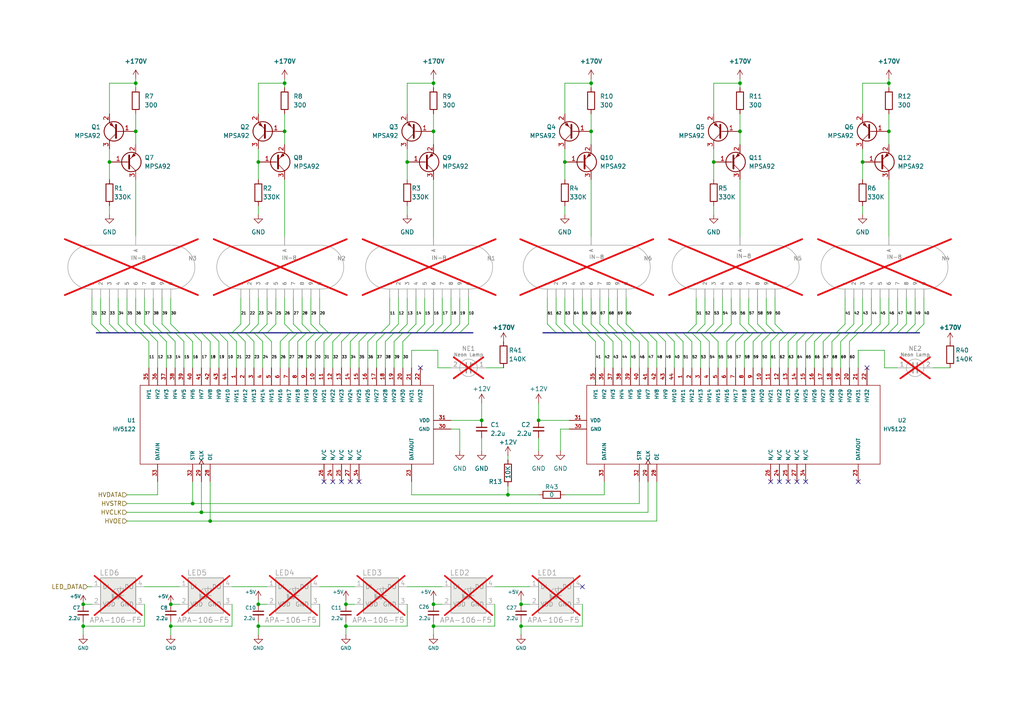
<source format=kicad_sch>
(kicad_sch (version 20231120) (generator "eeschema") (generator_version "8.0")
  (paper "A4")
  (title_block (title "NixieClock Pro Max") (rev "1"))
  (lib_symbols
    (symbol "APA-106-F5_1"
      (property "Reference" "LED1" (at -2.54 6.604 0))
      (property "Value" "APA-106-F5" (at -0.762 -7.112 0))
      (symbol "APA-106-F5_1_0_0"
        (text "RGB" (at -0.762 -0.635 0) (effects (font (size 0.762 0.762))))
      )
      (symbol "APA-106-F5_1_1_1"
        (pin input line (at -7.62 2.54 0) (length 2.54) (name "DI") (number "1"))
        (pin power_in line (at -7.62 -2.54 0) (length 2.54) (name "VDD") (number "2"))
        (pin power_in line (at 7.62 -2.54 180) (length 2.54) (name "GND") (number "3"))
        (pin output line (at 7.62 2.54 180) (length 2.54) (name "DO") (number "4"))
      )
    )
    (symbol "Device:C_Small" (pin_numbers hide) (pin_names (offset 0.254) hide)
      (property "Reference" "C" (at 0.254 1.778 0))
      (property "Value" "C_Small" (at 0.254 -2.032 0))
      (symbol "C_Small_1_1"
        (pin passive line (at 0 2.54 270) (length 2.032) (name "~") (number "1"))
        (pin passive line (at 0 -2.54 90) (length 2.032) (name "~") (number "2"))
      )
    )
    (symbol "Device:Lamp_Neon" (pin_names (offset 0.0254) hide)
      (property "Reference" "NE" (at 0.635 3.81 0))
      (property "Value" "Lamp_Neon" (at 0.635 -3.81 0))
      (symbol "Lamp_Neon_1_1"
        (pin passive line (at 0 -5.08 90) (length 2.54) (name "~") (number "1"))
        (pin passive line (at 0 5.08 270) (length 2.54) (name "~") (number "2"))
      )
    )
    (symbol "Device:R" (pin_numbers hide) (pin_names (offset 0))
      (property "Reference" "R" (at 2.032 0 90))
      (property "Value" "R" (at 0 0 90))
      (symbol "R_1_1"
        (pin passive line (at 0 3.81 270) (length 1.27) (name "~") (number "1"))
        (pin passive line (at 0 -3.81 90) (length 1.27) (name "~") (number "2"))
      )
    )
    (symbol "GND_3" (power) (pin_numbers hide) (pin_names (offset 0) hide)
      (property "Value" "GND" (at 0 -3.81 0))
      (symbol "GND_3_1_1"
        (pin power_in line (at 0 0 270) (length 0) (name "~") (number "1"))
      )
    )
    (symbol "HV5122_1" (pin_names (offset 1.016))
      (property "Reference" "U1" (at 0 31.75 90))
      (property "Value" "HV5122" (at -2.54 31.75 90))
      (symbol "HV5122_1_1_1"
        (pin passive line (at 15.24 2.54 180) (length 5.08) (name "HV11") (number "1"))
        (pin passive line (at 15.24 -20.32 180) (length 5.08) (name "HV20") (number "10"))
        (pin passive line (at 15.24 -22.86 180) (length 5.08) (name "HV21") (number "11"))
        (pin passive line (at 15.24 -25.4 180) (length 5.08) (name "HV22") (number "12"))
        (pin passive line (at 15.24 -27.94 180) (length 5.08) (name "HV23") (number "13"))
        (pin passive line (at 15.24 -30.48 180) (length 5.08) (name "HV24") (number "14"))
        (pin passive line (at 15.24 -33.02 180) (length 5.08) (name "HV25") (number "15"))
        (pin passive line (at 15.24 -35.56 180) (length 5.08) (name "HV26") (number "16"))
        (pin passive line (at 15.24 -38.1 180) (length 5.08) (name "HV27") (number "17"))
        (pin passive line (at 15.24 -40.64 180) (length 5.08) (name "HV28") (number "18"))
        (pin passive line (at 15.24 -43.18 180) (length 5.08) (name "HV29") (number "19"))
        (pin passive line (at 15.24 0 180) (length 5.08) (name "HV12") (number "2"))
        (pin passive line (at 15.24 -45.72 180) (length 5.08) (name "HV30") (number "20"))
        (pin passive line (at 15.24 -48.26 180) (length 5.08) (name "HV31") (number "21"))
        (pin passive line (at 15.24 -50.8 180) (length 5.08) (name "HV32") (number "22"))
        (pin output line (at -17.78 -48.26 0) (length 5.08) (name "DATAOUT") (number "23"))
        (pin unspecified line (at -17.78 -25.4 0) (length 5.08) (name "N/C") (number "24"))
        (pin unspecified line (at -17.78 -27.94 0) (length 5.08) (name "N/C") (number "25"))
        (pin unspecified line (at -17.78 -22.86 0) (length 5.08) (name "N/C") (number "26"))
        (pin unspecified line (at -17.78 -30.48 0) (length 5.08) (name "N/C") (number "27"))
        (pin input line (at -17.78 10.16 0) (length 5.08) (name "OE") (number "28"))
        (pin input clock (at -17.78 12.7 0) (length 5.08) (name "CLK") (number "29"))
        (pin passive line (at 15.24 -2.54 180) (length 5.08) (name "HV13") (number "3"))
        (pin power_in line (at -2.54 -59.69 90) (length 5.08) (name "GND") (number "30"))
        (pin power_in line (at 0 -59.69 90) (length 5.08) (name "VDD") (number "31"))
        (pin input line (at -17.78 15.24 0) (length 5.08) (name "STR") (number "32"))
        (pin input line (at -17.78 25.4 0) (length 5.08) (name "DATAIN") (number "33"))
        (pin unspecified line (at -17.78 -33.02 0) (length 5.08) (name "N/C") (number "34"))
        (pin passive line (at 15.24 27.94 180) (length 5.08) (name "HV1") (number "35"))
        (pin passive line (at 15.24 25.4 180) (length 5.08) (name "HV2") (number "36"))
        (pin passive line (at 15.24 22.86 180) (length 5.08) (name "HV3") (number "37"))
        (pin passive line (at 15.24 20.32 180) (length 5.08) (name "HV4") (number "38"))
        (pin passive line (at 15.24 17.78 180) (length 5.08) (name "HV5") (number "39"))
        (pin passive line (at 15.24 -5.08 180) (length 5.08) (name "HV14") (number "4"))
        (pin passive line (at 15.24 15.24 180) (length 5.08) (name "HV6") (number "40"))
        (pin passive line (at 15.24 12.7 180) (length 5.08) (name "HV7") (number "41"))
        (pin passive line (at 15.24 10.16 180) (length 5.08) (name "HV8") (number "42"))
        (pin passive line (at 15.24 7.62 180) (length 5.08) (name "HV9") (number "43"))
        (pin passive line (at 15.24 5.08 180) (length 5.08) (name "HV10") (number "44"))
        (pin passive line (at 15.24 -7.62 180) (length 5.08) (name "HV15") (number "5"))
        (pin passive line (at 15.24 -10.16 180) (length 5.08) (name "HV16") (number "6"))
        (pin passive line (at 15.24 -12.7 180) (length 5.08) (name "HV17") (number "7"))
        (pin passive line (at 15.24 -15.24 180) (length 5.08) (name "HV18") (number "8"))
        (pin passive line (at 15.24 -17.78 180) (length 5.08) (name "HV19") (number "9"))
      )
    )
    (symbol "Nixie:IN-8" (pin_numbers hide) (pin_names (offset 1.016))
      (property "Reference" "N" (at -5.08 20.955 0))
      (symbol "IN-8_1_1"
        (pin bidirectional line (at -10.16 -10.16 0) (length 2.54) (name "0") (number "0"))
        (pin bidirectional line (at -10.16 12.7 0) (length 2.54) (name "1") (number "1"))
        (pin bidirectional line (at -10.16 10.16 0) (length 2.54) (name "2") (number "2"))
        (pin bidirectional line (at -10.16 7.62 0) (length 2.54) (name "3") (number "3"))
        (pin bidirectional line (at -10.16 5.08 0) (length 2.54) (name "4") (number "4"))
        (pin bidirectional line (at -10.16 2.54 0) (length 2.54) (name "5") (number "5"))
        (pin bidirectional line (at -10.16 0 0) (length 2.54) (name "6") (number "6"))
        (pin bidirectional line (at -10.16 -2.54 0) (length 2.54) (name "7") (number "7"))
        (pin bidirectional line (at -10.16 -5.08 0) (length 2.54) (name "8") (number "8"))
        (pin bidirectional line (at -10.16 -7.62 0) (length 2.54) (name "9") (number "9"))
        (pin bidirectional line (at 7.62 0 180) (length 2.54) (name "A") (number "A"))
      )
    )
    (symbol "Nixie_proj-rescue:+5V-Nixie_proj-rescue" (power) (pin_names (offset 0))
      (property "Value" "+5V-Nixie_proj-rescue" (at 0 3.556 0))
      (symbol "+5V-Nixie_proj-rescue_1_1"
        (pin power_in line (at 0 0 90) (length 0) hide (name "+5V") (number "1"))
      )
    )
    (symbol "Transistor_BJT:MMBTA92" (pin_names (offset 0) hide)
      (property "Reference" "Q" (at 5.08 1.905 0))
      (property "Value" "MMBTA92" (at 5.08 0 0))
      (symbol "MMBTA92_1_1"
        (pin input line (at -5.08 0 0) (length 5.08) (name "B") (number "1"))
        (pin passive line (at 2.54 -5.08 90) (length 2.54) (name "E") (number "2"))
        (pin passive line (at 2.54 5.08 270) (length 2.54) (name "C") (number "3"))
      )
    )
    (symbol "nixiemisc:HV5122" (pin_names (offset 1.016))
      (property "Reference" "U2" (at 0 -62.23 90))
      (property "Value" "HV5122" (at -2.54 -62.23 90))
      (symbol "HV5122_1_1"
        (pin passive line (at 15.24 2.54 180) (length 5.08) (name "HV11") (number "1"))
        (pin passive line (at 15.24 -20.32 180) (length 5.08) (name "HV20") (number "10"))
        (pin passive line (at 15.24 -22.86 180) (length 5.08) (name "HV21") (number "11"))
        (pin passive line (at 15.24 -25.4 180) (length 5.08) (name "HV22") (number "12"))
        (pin passive line (at 15.24 -27.94 180) (length 5.08) (name "HV23") (number "13"))
        (pin passive line (at 15.24 -30.48 180) (length 5.08) (name "HV24") (number "14"))
        (pin passive line (at 15.24 -33.02 180) (length 5.08) (name "HV25") (number "15"))
        (pin passive line (at 15.24 -35.56 180) (length 5.08) (name "HV26") (number "16"))
        (pin passive line (at 15.24 -38.1 180) (length 5.08) (name "HV27") (number "17"))
        (pin passive line (at 15.24 -40.64 180) (length 5.08) (name "HV28") (number "18"))
        (pin passive line (at 15.24 -43.18 180) (length 5.08) (name "HV29") (number "19"))
        (pin passive line (at 15.24 0 180) (length 5.08) (name "HV12") (number "2"))
        (pin passive line (at 15.24 -45.72 180) (length 5.08) (name "HV30") (number "20"))
        (pin passive line (at 15.24 -48.26 180) (length 5.08) (name "HV31") (number "21"))
        (pin passive line (at 15.24 -50.8 180) (length 5.08) (name "HV32") (number "22"))
        (pin output line (at -17.78 -48.26 0) (length 5.08) (name "DATAOUT") (number "23"))
        (pin unspecified line (at -17.78 -25.4 0) (length 5.08) (name "N/C") (number "24"))
        (pin unspecified line (at -17.78 -27.94 0) (length 5.08) (name "N/C") (number "25"))
        (pin unspecified line (at -17.78 -22.86 0) (length 5.08) (name "N/C") (number "26"))
        (pin unspecified line (at -17.78 -30.48 0) (length 5.08) (name "N/C") (number "27"))
        (pin input line (at -17.78 10.16 0) (length 5.08) (name "OE") (number "28"))
        (pin input clock (at -17.78 12.7 0) (length 5.08) (name "CLK") (number "29"))
        (pin passive line (at 15.24 -2.54 180) (length 5.08) (name "HV13") (number "3"))
        (pin power_in line (at -2.54 35.56 270) (length 5.08) (name "GND") (number "30"))
        (pin power_in line (at 0 35.56 270) (length 5.08) (name "VDD") (number "31"))
        (pin input line (at -17.78 15.24 0) (length 5.08) (name "STR") (number "32"))
        (pin input line (at -17.78 25.4 0) (length 5.08) (name "DATAIN") (number "33"))
        (pin unspecified line (at -17.78 -33.02 0) (length 5.08) (name "N/C") (number "34"))
        (pin passive line (at 15.24 27.94 180) (length 5.08) (name "HV1") (number "35"))
        (pin passive line (at 15.24 25.4 180) (length 5.08) (name "HV2") (number "36"))
        (pin passive line (at 15.24 22.86 180) (length 5.08) (name "HV3") (number "37"))
        (pin passive line (at 15.24 20.32 180) (length 5.08) (name "HV4") (number "38"))
        (pin passive line (at 15.24 17.78 180) (length 5.08) (name "HV5") (number "39"))
        (pin passive line (at 15.24 -5.08 180) (length 5.08) (name "HV14") (number "4"))
        (pin passive line (at 15.24 15.24 180) (length 5.08) (name "HV6") (number "40"))
        (pin passive line (at 15.24 12.7 180) (length 5.08) (name "HV7") (number "41"))
        (pin passive line (at 15.24 10.16 180) (length 5.08) (name "HV8") (number "42"))
        (pin passive line (at 15.24 7.62 180) (length 5.08) (name "HV9") (number "43"))
        (pin passive line (at 15.24 5.08 180) (length 5.08) (name "HV10") (number "44"))
        (pin passive line (at 15.24 -7.62 180) (length 5.08) (name "HV15") (number "5"))
        (pin passive line (at 15.24 -10.16 180) (length 5.08) (name "HV16") (number "6"))
        (pin passive line (at 15.24 -12.7 180) (length 5.08) (name "HV17") (number "7"))
        (pin passive line (at 15.24 -15.24 180) (length 5.08) (name "HV18") (number "8"))
        (pin passive line (at 15.24 -17.78 180) (length 5.08) (name "HV19") (number "9"))
      )
    )
    (symbol "power:+12V" (power) (pin_numbers hide) (pin_names (offset 0) hide)
      (property "Value" "+12V" (at 0 3.556 0))
      (symbol "+12V_1_1"
        (pin power_in line (at 0 0 90) (length 0) (name "~") (number "1"))
      )
    )
    (symbol "power:GND" (power) (pin_names (offset 0))
      (property "Value" "GND" (at 0 -3.81 0))
      (symbol "GND_1_1"
        (pin power_in line (at 0 0 270) (length 0) hide (name "GND") (number "1"))
      )
    )
    (symbol "power:Vdrive" (power) (pin_names (offset 0))
      (property "Value" "Vdrive" (at 0 3.81 0))
      (symbol "Vdrive_1_1"
        (pin power_in line (at 0 0 90) (length 0) hide (name "Vdrive") (number "1"))
      )
    )
  )
  (junction (at 151.13 175.26))
  (junction (at 125.73 38.1))
  (junction (at 31.75 46.99))
  (junction (at 24.13 181.61))
  (junction (at 156.21 121.92))
  (junction (at 58.42 148.59))
  (junction (at 250.19 46.99))
  (junction (at 118.11 46.99))
  (junction (at 125.73 181.61))
  (junction (at 139.7 121.92))
  (junction (at 214.63 24.13))
  (junction (at 60.96 151.13))
  (junction (at 49.53 181.61))
  (junction (at 257.81 24.13))
  (junction (at 100.33 181.61))
  (junction (at 74.93 46.99))
  (junction (at 39.37 38.1))
  (junction (at 147.32 143.51))
  (junction (at 171.45 38.1))
  (junction (at 125.73 24.13))
  (junction (at 151.13 181.61))
  (junction (at 214.63 38.1))
  (junction (at 49.53 175.26))
  (junction (at 24.13 175.26))
  (junction (at 257.81 38.1))
  (junction (at 39.37 24.13))
  (junction (at 74.93 181.61))
  (junction (at 100.33 175.26))
  (junction (at 55.88 146.05))
  (junction (at 74.93 175.26))
  (junction (at 82.55 38.1))
  (junction (at 82.55 24.13))
  (junction (at 163.83 46.99))
  (junction (at 171.45 24.13))
  (junction (at 125.73 175.26))
  (junction (at 207.01 46.99))
  (no_connect (at 104.14 139.7))
  (no_connect (at 96.52 139.7))
  (no_connect (at 223.52 139.7))
  (no_connect (at 168.91 170.18))
  (no_connect (at 233.68 139.7))
  (no_connect (at 101.6 139.7))
  (no_connect (at 226.06 139.7))
  (no_connect (at 251.46 106.68))
  (no_connect (at 248.92 139.7))
  (no_connect (at 231.14 139.7))
  (no_connect (at 93.98 139.7))
  (no_connect (at 121.92 106.68))
  (no_connect (at 99.06 139.7))
  (no_connect (at 228.6 139.7))
  (bus_entry (at 53.34 96.52) (size 2.54 2.54))
  (bus_entry (at 241.3 99.06) (size 2.54 -2.54))
  (bus_entry (at 262.89 96.52) (size 2.54 -2.54))
  (bus_entry (at 179.07 93.98) (size 2.54 2.54))
  (bus_entry (at 71.12 96.52) (size 2.54 2.54))
  (bus_entry (at 29.21 93.98) (size 2.54 2.54))
  (bus_entry (at 50.8 96.52) (size 2.54 2.54))
  (bus_entry (at 166.37 93.98) (size 2.54 2.54))
  (bus_entry (at 123.19 96.52) (size 2.54 -2.54))
  (bus_entry (at 193.04 96.52) (size 2.54 2.54))
  (bus_entry (at 220.98 99.06) (size 2.54 -2.54))
  (bus_entry (at 214.63 93.98) (size 2.54 2.54))
  (bus_entry (at 114.3 99.06) (size 2.54 -2.54))
  (bus_entry (at 236.22 99.06) (size 2.54 -2.54))
  (bus_entry (at 43.18 96.52) (size 2.54 2.54))
  (bus_entry (at 106.68 99.06) (size 2.54 -2.54))
  (bus_entry (at 81.28 99.06) (size 2.54 -2.54))
  (bus_entry (at 195.58 96.52) (size 2.54 2.54))
  (bus_entry (at 116.84 99.06) (size 2.54 -2.54))
  (bus_entry (at 83.82 99.06) (size 2.54 -2.54))
  (bus_entry (at 243.84 99.06) (size 2.54 -2.54))
  (bus_entry (at 110.49 96.52) (size 2.54 -2.54))
  (bus_entry (at 246.38 99.06) (size 2.54 -2.54))
  (bus_entry (at 85.09 96.52) (size -2.54 -2.54))
  (bus_entry (at 99.06 99.06) (size 2.54 -2.54))
  (bus_entry (at 260.35 96.52) (size 2.54 -2.54))
  (bus_entry (at 109.22 99.06) (size 2.54 -2.54))
  (bus_entry (at 168.91 93.98) (size 2.54 2.54))
  (bus_entry (at 133.35 96.52) (size 2.54 -2.54))
  (bus_entry (at 200.66 96.52) (size 2.54 2.54))
  (bus_entry (at 60.96 96.52) (size 2.54 2.54))
  (bus_entry (at 204.47 96.52) (size 2.54 -2.54))
  (bus_entry (at 118.11 96.52) (size 2.54 -2.54))
  (bus_entry (at 31.75 93.98) (size 2.54 2.54))
  (bus_entry (at 250.19 96.52) (size 2.54 -2.54))
  (bus_entry (at 90.17 96.52) (size -2.54 -2.54))
  (bus_entry (at 180.34 96.52) (size 2.54 2.54))
  (bus_entry (at 252.73 96.52) (size 2.54 -2.54))
  (bus_entry (at 245.11 96.52) (size 2.54 -2.54))
  (bus_entry (at 36.83 93.98) (size 2.54 2.54))
  (bus_entry (at 203.2 96.52) (size 2.54 2.54))
  (bus_entry (at 93.98 99.06) (size 2.54 -2.54))
  (bus_entry (at 255.27 96.52) (size 2.54 -2.54))
  (bus_entry (at 26.67 93.98) (size 2.54 2.54))
  (bus_entry (at 213.36 99.06) (size 2.54 -2.54))
  (bus_entry (at 120.65 96.52) (size 2.54 -2.54))
  (bus_entry (at 205.74 96.52) (size 2.54 2.54))
  (bus_entry (at 242.57 96.52) (size 2.54 -2.54))
  (bus_entry (at 96.52 99.06) (size 2.54 -2.54))
  (bus_entry (at 185.42 96.52) (size 2.54 2.54))
  (bus_entry (at 177.8 96.52) (size 2.54 2.54))
  (bus_entry (at 128.27 96.52) (size 2.54 -2.54))
  (bus_entry (at 130.81 96.52) (size 2.54 -2.54))
  (bus_entry (at 238.76 99.06) (size 2.54 -2.54))
  (bus_entry (at 158.75 93.98) (size 2.54 2.54))
  (bus_entry (at 201.93 96.52) (size 2.54 -2.54))
  (bus_entry (at 58.42 96.52) (size 2.54 2.54))
  (bus_entry (at 111.76 99.06) (size 2.54 -2.54))
  (bus_entry (at 63.5 96.52) (size 2.54 2.54))
  (bus_entry (at 231.14 99.06) (size 2.54 -2.54))
  (bus_entry (at 104.14 99.06) (size 2.54 -2.54))
  (bus_entry (at 175.26 96.52) (size 2.54 2.54))
  (bus_entry (at 88.9 99.06) (size 2.54 -2.54))
  (bus_entry (at 181.61 93.98) (size 2.54 2.54))
  (bus_entry (at 115.57 96.52) (size 2.54 -2.54))
  (bus_entry (at 198.12 96.52) (size 2.54 2.54))
  (bus_entry (at 173.99 93.98) (size 2.54 2.54))
  (bus_entry (at 161.29 93.98) (size 2.54 2.54))
  (bus_entry (at 76.2 96.52) (size 2.54 2.54))
  (bus_entry (at 247.65 96.52) (size 2.54 -2.54))
  (bus_entry (at 207.01 96.52) (size 2.54 -2.54))
  (bus_entry (at 41.91 93.98) (size 2.54 2.54))
  (bus_entry (at 125.73 96.52) (size 2.54 -2.54))
  (bus_entry (at 46.99 93.98) (size 2.54 2.54))
  (bus_entry (at 55.88 96.52) (size 2.54 2.54))
  (bus_entry (at 34.29 93.98) (size 2.54 2.54))
  (bus_entry (at 223.52 99.06) (size 2.54 -2.54))
  (bus_entry (at 215.9 99.06) (size 2.54 -2.54))
  (bus_entry (at 219.71 93.98) (size 2.54 2.54))
  (bus_entry (at 68.58 96.52) (size 2.54 2.54))
  (bus_entry (at 182.88 96.52) (size 2.54 2.54))
  (bus_entry (at 233.68 99.06) (size 2.54 -2.54))
  (bus_entry (at 72.39 96.52) (size 2.54 -2.54))
  (bus_entry (at 77.47 96.52) (size 2.54 -2.54))
  (bus_entry (at 101.6 99.06) (size 2.54 -2.54))
  (bus_entry (at 257.81 96.52) (size 2.54 -2.54))
  (bus_entry (at 87.63 96.52) (size -2.54 -2.54))
  (bus_entry (at 95.25 96.52) (size -2.54 -2.54))
  (bus_entry (at 74.93 96.52) (size 2.54 -2.54))
  (bus_entry (at 45.72 96.52) (size 2.54 2.54))
  (bus_entry (at 218.44 99.06) (size 2.54 -2.54))
  (bus_entry (at 172.72 96.52) (size 2.54 2.54))
  (bus_entry (at 67.31 96.52) (size 2.54 -2.54))
  (bus_entry (at 163.83 93.98) (size 2.54 2.54))
  (bus_entry (at 187.96 96.52) (size 2.54 2.54))
  (bus_entry (at 66.04 96.52) (size 2.54 2.54))
  (bus_entry (at 91.44 99.06) (size 2.54 -2.54))
  (bus_entry (at 40.64 96.52) (size 2.54 2.54))
  (bus_entry (at 217.17 93.98) (size 2.54 2.54))
  (bus_entry (at 170.18 96.52) (size 2.54 2.54))
  (bus_entry (at 265.43 96.52) (size 2.54 -2.54))
  (bus_entry (at 226.06 99.06) (size 2.54 -2.54))
  (bus_entry (at 92.71 96.52) (size -2.54 -2.54))
  (bus_entry (at 210.82 99.06) (size 2.54 -2.54))
  (bus_entry (at 86.36 99.06) (size 2.54 -2.54))
  (bus_entry (at 171.45 93.98) (size 2.54 2.54))
  (bus_entry (at 113.03 96.52) (size 2.54 -2.54))
  (bus_entry (at 69.85 96.52) (size 2.54 -2.54))
  (bus_entry (at 222.25 93.98) (size 2.54 2.54))
  (bus_entry (at 73.66 96.52) (size 2.54 2.54))
  (bus_entry (at 49.53 93.98) (size 2.54 2.54))
  (bus_entry (at 48.26 96.52) (size 2.54 2.54))
  (bus_entry (at 224.79 93.98) (size 2.54 2.54))
  (bus_entry (at 176.53 93.98) (size 2.54 2.54))
  (bus_entry (at 209.55 96.52) (size 2.54 -2.54))
  (bus_entry (at 199.39 96.52) (size 2.54 -2.54))
  (bus_entry (at 190.5 96.52) (size 2.54 2.54))
  (bus_entry (at 44.45 93.98) (size 2.54 2.54))
  (bus_entry (at 39.37 93.98) (size 2.54 2.54))
  (bus_entry (at 228.6 99.06) (size 2.54 -2.54))
  (bus (pts (xy 215.9 96.52) (xy 217.17 96.52)))
  (wire (pts (xy 125.73 22.86) (xy 125.73 24.13)))
  (wire (pts (xy 162.56 124.46) (xy 165.1 124.46)))
  (wire (pts (xy 177.8 99.06) (xy 177.8 106.68)))
  (bus (pts (xy 72.39 96.52) (xy 73.66 96.52)))
  (wire (pts (xy 133.35 86.36) (xy 133.35 93.98)))
  (bus (pts (xy 205.74 96.52) (xy 207.01 96.52)))
  (wire (pts (xy 125.73 175.26) (xy 128.27 175.26)))
  (wire (pts (xy 151.13 181.61) (xy 151.13 180.34)))
  (wire (pts (xy 80.01 86.36) (xy 80.01 93.98)))
  (bus (pts (xy 86.36 96.52) (xy 87.63 96.52)))
  (bus (pts (xy 63.5 96.52) (xy 66.04 96.52)))
  (wire (pts (xy 147.32 132.08) (xy 147.32 133.35)))
  (bus (pts (xy 252.73 96.52) (xy 255.27 96.52)))
  (wire (pts (xy 43.18 99.06) (xy 43.18 106.68)))
  (wire (pts (xy 71.12 99.06) (xy 71.12 106.68)))
  (wire (pts (xy 41.91 181.61) (xy 24.13 181.61)))
  (bus (pts (xy 68.58 96.52) (xy 69.85 96.52)))
  (bus (pts (xy 101.6 96.52) (xy 104.14 96.52)))
  (bus (pts (xy 187.96 96.52) (xy 190.5 96.52)))
  (bus (pts (xy 119.38 96.52) (xy 120.65 96.52)))
  (bus (pts (xy 213.36 96.52) (xy 215.9 96.52)))
  (wire (pts (xy 49.53 175.26) (xy 52.07 175.26)))
  (wire (pts (xy 207.01 59.69) (xy 207.01 62.23)))
  (wire (pts (xy 88.9 99.06) (xy 88.9 106.68)))
  (wire (pts (xy 83.82 99.06) (xy 83.82 106.68)))
  (wire (pts (xy 139.7 127) (xy 139.7 130.81)))
  (wire (pts (xy 113.03 86.36) (xy 113.03 93.98)))
  (bus (pts (xy 219.71 96.52) (xy 220.98 96.52)))
  (wire (pts (xy 49.53 181.61) (xy 49.53 180.34)))
  (wire (pts (xy 231.14 99.06) (xy 231.14 106.68)))
  (bus (pts (xy 45.72 96.52) (xy 46.99 96.52)))
  (bus (pts (xy 34.29 96.52) (xy 36.83 96.52)))
  (bus (pts (xy 125.73 96.52) (xy 128.27 96.52)))
  (bus (pts (xy 99.06 96.52) (xy 101.6 96.52)))
  (wire (pts (xy 74.93 181.61) (xy 74.93 180.34)))
  (bus (pts (xy 193.04 96.52) (xy 195.58 96.52)))
  (wire (pts (xy 67.31 181.61) (xy 49.53 181.61)))
  (wire (pts (xy 203.2 99.06) (xy 203.2 106.68)))
  (bus (pts (xy 223.52 96.52) (xy 224.79 96.52)))
  (bus (pts (xy 41.91 96.52) (xy 43.18 96.52)))
  (wire (pts (xy 127 106.68) (xy 130.81 106.68)))
  (wire (pts (xy 257.81 24.13) (xy 257.81 22.86)))
  (wire (pts (xy 270.51 106.68) (xy 275.59 106.68)))
  (wire (pts (xy 29.21 86.36) (xy 29.21 93.98)))
  (wire (pts (xy 156.21 121.92) (xy 165.1 121.92)))
  (bus (pts (xy 217.17 96.52) (xy 218.44 96.52)))
  (wire (pts (xy 130.81 86.36) (xy 130.81 93.98)))
  (wire (pts (xy 207.01 33.02) (xy 207.01 24.13)))
  (wire (pts (xy 147.32 143.51) (xy 156.21 143.51)))
  (wire (pts (xy 45.72 139.7) (xy 45.72 143.51)))
  (wire (pts (xy 125.73 24.13) (xy 125.73 25.4)))
  (bus (pts (xy 161.29 96.52) (xy 163.83 96.52)))
  (wire (pts (xy 118.11 24.13) (xy 125.73 24.13)))
  (wire (pts (xy 118.11 181.61) (xy 100.33 181.61)))
  (wire (pts (xy 31.75 24.13) (xy 39.37 24.13)))
  (wire (pts (xy 92.71 175.26) (xy 92.71 181.61)))
  (wire (pts (xy 140.97 106.68) (xy 146.05 106.68)))
  (bus (pts (xy 133.35 96.52) (xy 137.16 96.52)))
  (bus (pts (xy 190.5 96.52) (xy 193.04 96.52)))
  (wire (pts (xy 74.93 59.69) (xy 74.93 62.23)))
  (bus (pts (xy 109.22 96.52) (xy 110.49 96.52)))
  (wire (pts (xy 125.73 184.15) (xy 125.73 181.61)))
  (wire (pts (xy 127 101.6) (xy 127 106.68)))
  (wire (pts (xy 143.51 181.61) (xy 125.73 181.61)))
  (wire (pts (xy 248.92 101.6) (xy 256.54 101.6)))
  (wire (pts (xy 179.07 86.36) (xy 179.07 93.98)))
  (bus (pts (xy 185.42 96.52) (xy 187.96 96.52)))
  (wire (pts (xy 34.29 86.36) (xy 34.29 93.98)))
  (bus (pts (xy 201.93 96.52) (xy 203.2 96.52)))
  (bus (pts (xy 93.98 96.52) (xy 95.25 96.52)))
  (wire (pts (xy 219.71 86.36) (xy 219.71 93.98)))
  (bus (pts (xy 48.26 96.52) (xy 49.53 96.52)))
  (bus (pts (xy 180.34 96.52) (xy 181.61 96.52)))
  (wire (pts (xy 125.73 86.36) (xy 125.73 93.98)))
  (bus (pts (xy 163.83 96.52) (xy 166.37 96.52)))
  (wire (pts (xy 49.53 86.36) (xy 49.53 93.98)))
  (wire (pts (xy 171.45 33.02) (xy 171.45 38.1)))
  (bus (pts (xy 27.94 96.52) (xy 29.21 96.52)))
  (wire (pts (xy 176.53 86.36) (xy 176.53 93.98)))
  (bus (pts (xy 177.8 96.52) (xy 179.07 96.52)))
  (wire (pts (xy 92.71 86.36) (xy 92.71 93.98)))
  (wire (pts (xy 182.88 99.06) (xy 182.88 106.68)))
  (bus (pts (xy 60.96 96.52) (xy 63.5 96.52)))
  (bus (pts (xy 179.07 96.52) (xy 180.34 96.52)))
  (wire (pts (xy 256.54 106.68) (xy 260.35 106.68)))
  (wire (pts (xy 209.55 86.36) (xy 209.55 93.98)))
  (wire (pts (xy 205.74 99.06) (xy 205.74 106.68)))
  (wire (pts (xy 185.42 99.06) (xy 185.42 106.68)))
  (wire (pts (xy 39.37 24.13) (xy 39.37 25.4)))
  (wire (pts (xy 119.38 106.68) (xy 119.38 101.6)))
  (wire (pts (xy 82.55 24.13) (xy 82.55 25.4)))
  (wire (pts (xy 207.01 86.36) (xy 207.01 93.98)))
  (wire (pts (xy 67.31 170.18) (xy 77.47 170.18)))
  (wire (pts (xy 63.5 99.06) (xy 63.5 106.68)))
  (wire (pts (xy 125.73 38.1) (xy 125.73 41.91)))
  (bus (pts (xy 71.12 96.52) (xy 72.39 96.52)))
  (bus (pts (xy 53.34 96.52) (xy 55.88 96.52)))
  (bus (pts (xy 110.49 96.52) (xy 111.76 96.52)))
  (bus (pts (xy 172.72 96.52) (xy 173.99 96.52)))
  (wire (pts (xy 224.79 86.36) (xy 224.79 93.98)))
  (wire (pts (xy 163.83 24.13) (xy 171.45 24.13)))
  (wire (pts (xy 116.84 99.06) (xy 116.84 106.68)))
  (bus (pts (xy 243.84 96.52) (xy 245.11 96.52)))
  (wire (pts (xy 217.17 86.36) (xy 217.17 93.98)))
  (wire (pts (xy 168.91 175.26) (xy 168.91 181.61)))
  (wire (pts (xy 255.27 86.36) (xy 255.27 93.98)))
  (wire (pts (xy 115.57 86.36) (xy 115.57 93.98)))
  (wire (pts (xy 156.21 127) (xy 156.21 130.81)))
  (wire (pts (xy 25.4 170.18) (xy 26.67 170.18)))
  (bus (pts (xy 245.11 96.52) (xy 246.38 96.52)))
  (bus (pts (xy 182.88 96.52) (xy 184.15 96.52)))
  (wire (pts (xy 156.21 116.84) (xy 156.21 121.92)))
  (wire (pts (xy 226.06 99.06) (xy 226.06 106.68)))
  (wire (pts (xy 151.13 184.15) (xy 151.13 181.61)))
  (wire (pts (xy 36.83 148.59) (xy 58.42 148.59)))
  (wire (pts (xy 250.19 33.02) (xy 250.19 24.13)))
  (wire (pts (xy 101.6 99.06) (xy 101.6 106.68)))
  (wire (pts (xy 109.22 99.06) (xy 109.22 106.68)))
  (bus (pts (xy 49.53 96.52) (xy 50.8 96.52)))
  (wire (pts (xy 257.81 86.36) (xy 257.81 93.98)))
  (bus (pts (xy 170.18 96.52) (xy 171.45 96.52)))
  (wire (pts (xy 187.96 139.7) (xy 187.96 148.59)))
  (wire (pts (xy 252.73 86.36) (xy 252.73 93.98)))
  (bus (pts (xy 199.39 96.52) (xy 200.66 96.52)))
  (wire (pts (xy 125.73 173.99) (xy 125.73 175.26)))
  (wire (pts (xy 172.72 99.06) (xy 172.72 106.68)))
  (bus (pts (xy 29.21 96.52) (xy 31.75 96.52)))
  (bus (pts (xy 58.42 96.52) (xy 60.96 96.52)))
  (wire (pts (xy 163.83 143.51) (xy 175.26 143.51)))
  (wire (pts (xy 49.53 184.15) (xy 49.53 181.61)))
  (wire (pts (xy 166.37 86.36) (xy 166.37 93.98)))
  (wire (pts (xy 74.93 46.99) (xy 74.93 52.07)))
  (bus (pts (xy 104.14 96.52) (xy 106.68 96.52)))
  (bus (pts (xy 171.45 96.52) (xy 172.72 96.52)))
  (bus (pts (xy 248.92 96.52) (xy 250.19 96.52)))
  (wire (pts (xy 168.91 181.61) (xy 151.13 181.61)))
  (bus (pts (xy 198.12 96.52) (xy 199.39 96.52)))
  (wire (pts (xy 119.38 143.51) (xy 147.32 143.51)))
  (wire (pts (xy 120.65 86.36) (xy 120.65 93.98)))
  (wire (pts (xy 212.09 86.36) (xy 212.09 93.98)))
  (bus (pts (xy 90.17 96.52) (xy 91.44 96.52)))
  (wire (pts (xy 68.58 99.06) (xy 68.58 106.68)))
  (wire (pts (xy 198.12 99.06) (xy 198.12 106.68)))
  (wire (pts (xy 248.92 106.68) (xy 248.92 101.6)))
  (wire (pts (xy 104.14 99.06) (xy 104.14 106.68)))
  (wire (pts (xy 96.52 99.06) (xy 96.52 106.68)))
  (wire (pts (xy 214.63 22.86) (xy 214.63 24.13)))
  (bus (pts (xy 173.99 96.52) (xy 175.26 96.52)))
  (wire (pts (xy 130.81 121.92) (xy 139.7 121.92)))
  (bus (pts (xy 218.44 96.52) (xy 219.71 96.52)))
  (wire (pts (xy 250.19 46.99) (xy 250.19 52.07)))
  (wire (pts (xy 175.26 143.51) (xy 175.26 139.7)))
  (wire (pts (xy 31.75 33.02) (xy 31.75 24.13)))
  (bus (pts (xy 74.93 96.52) (xy 76.2 96.52)))
  (wire (pts (xy 58.42 139.7) (xy 58.42 148.59)))
  (wire (pts (xy 76.2 99.06) (xy 76.2 106.68)))
  (wire (pts (xy 128.27 86.36) (xy 128.27 93.98)))
  (wire (pts (xy 163.83 33.02) (xy 163.83 24.13)))
  (wire (pts (xy 250.19 24.13) (xy 257.81 24.13)))
  (wire (pts (xy 118.11 86.36) (xy 118.11 93.98)))
  (wire (pts (xy 135.89 86.36) (xy 135.89 93.98)))
  (bus (pts (xy 44.45 96.52) (xy 45.72 96.52)))
  (bus (pts (xy 257.81 96.52) (xy 260.35 96.52)))
  (wire (pts (xy 82.55 33.02) (xy 82.55 38.1)))
  (wire (pts (xy 163.83 59.69) (xy 163.83 62.23)))
  (wire (pts (xy 73.66 99.06) (xy 73.66 106.68)))
  (wire (pts (xy 181.61 86.36) (xy 181.61 93.98)))
  (wire (pts (xy 31.75 59.69) (xy 31.75 62.23)))
  (bus (pts (xy 130.81 96.52) (xy 133.35 96.52)))
  (wire (pts (xy 130.81 124.46) (xy 133.35 124.46)))
  (wire (pts (xy 118.11 170.18) (xy 128.27 170.18)))
  (wire (pts (xy 82.55 38.1) (xy 82.55 41.91)))
  (wire (pts (xy 250.19 43.18) (xy 250.19 46.99)))
  (wire (pts (xy 46.99 86.36) (xy 46.99 93.98)))
  (wire (pts (xy 45.72 99.06) (xy 45.72 106.68)))
  (wire (pts (xy 48.26 99.06) (xy 48.26 106.68)))
  (bus (pts (xy 88.9 96.52) (xy 90.17 96.52)))
  (wire (pts (xy 36.83 143.51) (xy 45.72 143.51)))
  (wire (pts (xy 77.47 86.36) (xy 77.47 93.98)))
  (wire (pts (xy 158.75 86.36) (xy 158.75 93.98)))
  (wire (pts (xy 55.88 99.06) (xy 55.88 106.68)))
  (wire (pts (xy 60.96 151.13) (xy 190.5 151.13)))
  (wire (pts (xy 210.82 99.06) (xy 210.82 106.68)))
  (wire (pts (xy 171.45 38.1) (xy 171.45 41.91)))
  (wire (pts (xy 99.06 99.06) (xy 99.06 106.68)))
  (wire (pts (xy 69.85 86.36) (xy 69.85 93.98)))
  (wire (pts (xy 214.63 33.02) (xy 214.63 38.1)))
  (wire (pts (xy 86.36 99.06) (xy 86.36 106.68)))
  (bus (pts (xy 242.57 96.52) (xy 243.84 96.52)))
  (wire (pts (xy 243.84 99.06) (xy 243.84 106.68)))
  (wire (pts (xy 151.13 173.99) (xy 151.13 175.26)))
  (wire (pts (xy 26.67 86.36) (xy 26.67 93.98)))
  (wire (pts (xy 82.55 52.07) (xy 82.55 68.58)))
  (bus (pts (xy 184.15 96.52) (xy 185.42 96.52)))
  (bus (pts (xy 73.66 96.52) (xy 74.93 96.52)))
  (bus (pts (xy 114.3 96.52) (xy 115.57 96.52)))
  (wire (pts (xy 133.35 124.46) (xy 133.35 130.81)))
  (wire (pts (xy 92.71 170.18) (xy 102.87 170.18)))
  (wire (pts (xy 195.58 99.06) (xy 195.58 106.68)))
  (bus (pts (xy 238.76 96.52) (xy 241.3 96.52)))
  (wire (pts (xy 100.33 184.15) (xy 100.33 181.61)))
  (wire (pts (xy 82.55 86.36) (xy 82.55 93.98)))
  (bus (pts (xy 176.53 96.52) (xy 177.8 96.52)))
  (wire (pts (xy 213.36 99.06) (xy 213.36 106.68)))
  (wire (pts (xy 214.63 86.36) (xy 214.63 93.98)))
  (wire (pts (xy 257.81 24.13) (xy 257.81 25.4)))
  (wire (pts (xy 123.19 86.36) (xy 123.19 93.98)))
  (wire (pts (xy 175.26 99.06) (xy 175.26 106.68)))
  (bus (pts (xy 113.03 96.52) (xy 114.3 96.52)))
  (wire (pts (xy 208.28 99.06) (xy 208.28 106.68)))
  (wire (pts (xy 58.42 99.06) (xy 58.42 106.68)))
  (bus (pts (xy 157.48 96.52) (xy 161.29 96.52)))
  (wire (pts (xy 118.11 46.99) (xy 118.11 52.07)))
  (wire (pts (xy 163.83 86.36) (xy 163.83 93.98)))
  (wire (pts (xy 171.45 24.13) (xy 171.45 25.4)))
  (wire (pts (xy 223.52 99.06) (xy 223.52 106.68)))
  (wire (pts (xy 39.37 86.36) (xy 39.37 93.98)))
  (bus (pts (xy 115.57 96.52) (xy 116.84 96.52)))
  (bus (pts (xy 96.52 96.52) (xy 99.06 96.52)))
  (wire (pts (xy 111.76 99.06) (xy 111.76 106.68)))
  (wire (pts (xy 74.93 43.18) (xy 74.93 46.99)))
  (bus (pts (xy 111.76 96.52) (xy 113.03 96.52)))
  (wire (pts (xy 215.9 99.06) (xy 215.9 106.68)))
  (bus (pts (xy 175.26 96.52) (xy 176.53 96.52)))
  (bus (pts (xy 76.2 96.52) (xy 77.47 96.52)))
  (wire (pts (xy 93.98 99.06) (xy 93.98 106.68)))
  (wire (pts (xy 39.37 24.13) (xy 39.37 22.86)))
  (wire (pts (xy 228.6 99.06) (xy 228.6 106.68)))
  (bus (pts (xy 69.85 96.52) (xy 71.12 96.52)))
  (wire (pts (xy 53.34 99.06) (xy 53.34 106.68)))
  (bus (pts (xy 31.75 96.52) (xy 34.29 96.52)))
  (wire (pts (xy 39.37 52.07) (xy 39.37 68.58)))
  (bus (pts (xy 166.37 96.52) (xy 168.91 96.52)))
  (wire (pts (xy 151.13 175.26) (xy 153.67 175.26)))
  (wire (pts (xy 241.3 99.06) (xy 241.3 106.68)))
  (bus (pts (xy 231.14 96.52) (xy 233.68 96.52)))
  (wire (pts (xy 85.09 86.36) (xy 85.09 93.98)))
  (wire (pts (xy 267.97 86.36) (xy 267.97 93.98)))
  (wire (pts (xy 125.73 181.61) (xy 125.73 180.34)))
  (bus (pts (xy 233.68 96.52) (xy 236.22 96.52)))
  (wire (pts (xy 36.83 151.13) (xy 60.96 151.13)))
  (bus (pts (xy 265.43 96.52) (xy 266.7 96.52)))
  (wire (pts (xy 220.98 99.06) (xy 220.98 106.68)))
  (bus (pts (xy 91.44 96.52) (xy 92.71 96.52)))
  (wire (pts (xy 207.01 24.13) (xy 214.63 24.13)))
  (bus (pts (xy 222.25 96.52) (xy 223.52 96.52)))
  (bus (pts (xy 46.99 96.52) (xy 48.26 96.52)))
  (wire (pts (xy 201.93 86.36) (xy 201.93 93.98)))
  (wire (pts (xy 92.71 181.61) (xy 74.93 181.61)))
  (wire (pts (xy 161.29 86.36) (xy 161.29 93.98)))
  (bus (pts (xy 207.01 96.52) (xy 209.55 96.52)))
  (wire (pts (xy 187.96 99.06) (xy 187.96 106.68)))
  (wire (pts (xy 190.5 139.7) (xy 190.5 151.13)))
  (wire (pts (xy 250.19 59.69) (xy 250.19 62.23)))
  (wire (pts (xy 60.96 139.7) (xy 60.96 151.13)))
  (bus (pts (xy 260.35 96.52) (xy 262.89 96.52)))
  (bus (pts (xy 262.89 96.52) (xy 265.43 96.52)))
  (wire (pts (xy 81.28 99.06) (xy 81.28 106.68)))
  (wire (pts (xy 222.25 86.36) (xy 222.25 93.98)))
  (wire (pts (xy 39.37 33.02) (xy 39.37 38.1)))
  (wire (pts (xy 125.73 33.02) (xy 125.73 38.1)))
  (bus (pts (xy 77.47 96.52) (xy 83.82 96.52)))
  (wire (pts (xy 257.81 52.07) (xy 257.81 68.58)))
  (bus (pts (xy 92.71 96.52) (xy 93.98 96.52)))
  (bus (pts (xy 195.58 96.52) (xy 198.12 96.52)))
  (wire (pts (xy 100.33 175.26) (xy 102.87 175.26)))
  (wire (pts (xy 200.66 99.06) (xy 200.66 106.68)))
  (bus (pts (xy 236.22 96.52) (xy 238.76 96.52)))
  (bus (pts (xy 118.11 96.52) (xy 119.38 96.52)))
  (wire (pts (xy 168.91 86.36) (xy 168.91 93.98)))
  (wire (pts (xy 250.19 86.36) (xy 250.19 93.98)))
  (wire (pts (xy 58.42 148.59) (xy 187.96 148.59)))
  (bus (pts (xy 209.55 96.52) (xy 213.36 96.52)))
  (wire (pts (xy 41.91 86.36) (xy 41.91 93.98)))
  (wire (pts (xy 171.45 86.36) (xy 171.45 93.98)))
  (wire (pts (xy 214.63 52.07) (xy 214.63 68.58)))
  (bus (pts (xy 227.33 96.52) (xy 228.6 96.52)))
  (wire (pts (xy 39.37 38.1) (xy 39.37 41.91)))
  (wire (pts (xy 119.38 139.7) (xy 119.38 143.51)))
  (bus (pts (xy 83.82 96.52) (xy 85.09 96.52)))
  (wire (pts (xy 147.32 140.97) (xy 147.32 143.51)))
  (bus (pts (xy 247.65 96.52) (xy 248.92 96.52)))
  (wire (pts (xy 31.75 86.36) (xy 31.75 93.98)))
  (wire (pts (xy 87.63 86.36) (xy 87.63 93.98)))
  (wire (pts (xy 207.01 43.18) (xy 207.01 46.99)))
  (wire (pts (xy 119.38 101.6) (xy 127 101.6)))
  (bus (pts (xy 55.88 96.52) (xy 58.42 96.52)))
  (bus (pts (xy 52.07 96.52) (xy 53.34 96.52)))
  (wire (pts (xy 55.88 146.05) (xy 185.42 146.05)))
  (wire (pts (xy 143.51 170.18) (xy 153.67 170.18)))
  (wire (pts (xy 31.75 43.18) (xy 31.75 46.99)))
  (wire (pts (xy 118.11 59.69) (xy 118.11 62.23)))
  (wire (pts (xy 207.01 46.99) (xy 207.01 52.07)))
  (wire (pts (xy 90.17 86.36) (xy 90.17 93.98)))
  (wire (pts (xy 106.68 99.06) (xy 106.68 106.68)))
  (wire (pts (xy 72.39 86.36) (xy 72.39 93.98)))
  (bus (pts (xy 66.04 96.52) (xy 67.31 96.52)))
  (wire (pts (xy 185.42 139.7) (xy 185.42 146.05)))
  (wire (pts (xy 41.91 170.18) (xy 52.07 170.18)))
  (wire (pts (xy 74.93 175.26) (xy 77.47 175.26)))
  (wire (pts (xy 74.93 33.02) (xy 74.93 24.13)))
  (wire (pts (xy 238.76 99.06) (xy 238.76 106.68)))
  (wire (pts (xy 247.65 86.36) (xy 247.65 93.98)))
  (wire (pts (xy 257.81 38.1) (xy 257.81 41.91)))
  (wire (pts (xy 24.13 175.26) (xy 26.67 175.26)))
  (bus (pts (xy 200.66 96.52) (xy 201.93 96.52)))
  (wire (pts (xy 163.83 46.99) (xy 163.83 52.07)))
  (bus (pts (xy 67.31 96.52) (xy 68.58 96.52)))
  (wire (pts (xy 204.47 86.36) (xy 204.47 93.98)))
  (bus (pts (xy 224.79 96.52) (xy 226.06 96.52)))
  (bus (pts (xy 40.64 96.52) (xy 41.91 96.52)))
  (bus (pts (xy 116.84 96.52) (xy 118.11 96.52)))
  (wire (pts (xy 163.83 43.18) (xy 163.83 46.99)))
  (wire (pts (xy 41.91 175.26) (xy 41.91 181.61)))
  (bus (pts (xy 85.09 96.52) (xy 86.36 96.52)))
  (bus (pts (xy 255.27 96.52) (xy 257.81 96.52)))
  (bus (pts (xy 203.2 96.52) (xy 204.47 96.52)))
  (wire (pts (xy 66.04 99.06) (xy 66.04 106.68)))
  (wire (pts (xy 139.7 116.84) (xy 139.7 121.92)))
  (wire (pts (xy 114.3 99.06) (xy 114.3 106.68)))
  (wire (pts (xy 214.63 38.1) (xy 214.63 41.91)))
  (wire (pts (xy 74.93 86.36) (xy 74.93 93.98)))
  (wire (pts (xy 24.13 181.61) (xy 24.13 180.34)))
  (bus (pts (xy 95.25 96.52) (xy 96.52 96.52)))
  (wire (pts (xy 173.99 86.36) (xy 173.99 93.98)))
  (wire (pts (xy 78.74 99.06) (xy 78.74 106.68)))
  (wire (pts (xy 118.11 33.02) (xy 118.11 24.13)))
  (wire (pts (xy 125.73 52.07) (xy 125.73 68.58)))
  (wire (pts (xy 218.44 99.06) (xy 218.44 106.68)))
  (wire (pts (xy 44.45 86.36) (xy 44.45 93.98)))
  (wire (pts (xy 50.8 99.06) (xy 50.8 106.68)))
  (bus (pts (xy 128.27 96.52) (xy 130.81 96.52)))
  (bus (pts (xy 226.06 96.52) (xy 227.33 96.52)))
  (wire (pts (xy 162.56 130.81) (xy 162.56 124.46)))
  (wire (pts (xy 91.44 99.06) (xy 91.44 106.68)))
  (wire (pts (xy 82.55 22.86) (xy 82.55 24.13)))
  (wire (pts (xy 118.11 175.26) (xy 118.11 181.61)))
  (wire (pts (xy 143.51 175.26) (xy 143.51 181.61)))
  (bus (pts (xy 228.6 96.52) (xy 231.14 96.52)))
  (wire (pts (xy 36.83 146.05) (xy 55.88 146.05)))
  (bus (pts (xy 43.18 96.52) (xy 44.45 96.52)))
  (wire (pts (xy 180.34 99.06) (xy 180.34 106.68)))
  (wire (pts (xy 262.89 86.36) (xy 262.89 93.98)))
  (wire (pts (xy 100.33 181.61) (xy 100.33 180.34)))
  (wire (pts (xy 74.93 24.13) (xy 82.55 24.13)))
  (wire (pts (xy 74.93 184.15) (xy 74.93 181.61)))
  (wire (pts (xy 246.38 99.06) (xy 246.38 106.68)))
  (wire (pts (xy 190.5 99.06) (xy 190.5 106.68)))
  (wire (pts (xy 245.11 86.36) (xy 245.11 93.98)))
  (wire (pts (xy 236.22 99.06) (xy 236.22 106.68)))
  (wire (pts (xy 31.75 46.99) (xy 31.75 52.07)))
  (wire (pts (xy 193.04 99.06) (xy 193.04 106.68)))
  (bus (pts (xy 36.83 96.52) (xy 39.37 96.52)))
  (wire (pts (xy 60.96 99.06) (xy 60.96 106.68)))
  (wire (pts (xy 233.68 99.06) (xy 233.68 106.68)))
  (wire (pts (xy 257.81 33.02) (xy 257.81 38.1)))
  (bus (pts (xy 87.63 96.52) (xy 88.9 96.52)))
  (wire (pts (xy 67.31 175.26) (xy 67.31 181.61)))
  (bus (pts (xy 168.91 96.52) (xy 170.18 96.52)))
  (bus (pts (xy 120.65 96.52) (xy 123.19 96.52)))
  (bus (pts (xy 39.37 96.52) (xy 40.64 96.52)))
  (wire (pts (xy 118.11 43.18) (xy 118.11 46.99)))
  (bus (pts (xy 204.47 96.52) (xy 205.74 96.52)))
  (wire (pts (xy 100.33 173.99) (xy 100.33 175.26)))
  (wire (pts (xy 260.35 86.36) (xy 260.35 93.98)))
  (bus (pts (xy 241.3 96.52) (xy 242.57 96.52)))
  (wire (pts (xy 214.63 24.13) (xy 214.63 25.4)))
  (bus (pts (xy 220.98 96.52) (xy 222.25 96.52)))
  (bus (pts (xy 123.19 96.52) (xy 125.73 96.52)))
  (wire (pts (xy 256.54 101.6) (xy 256.54 106.68)))
  (wire (pts (xy 265.43 86.36) (xy 265.43 93.98)))
  (bus (pts (xy 50.8 96.52) (xy 52.07 96.52)))
  (wire (pts (xy 171.45 24.13) (xy 171.45 22.86)))
  (bus (pts (xy 181.61 96.52) (xy 182.88 96.52)))
  (wire (pts (xy 74.93 173.99) (xy 74.93 175.26)))
  (bus (pts (xy 106.68 96.52) (xy 109.22 96.52)))
  (bus (pts (xy 246.38 96.52) (xy 247.65 96.52)))
  (wire (pts (xy 36.83 86.36) (xy 36.83 93.98)))
  (wire (pts (xy 55.88 139.7) (xy 55.88 146.05)))
  (bus (pts (xy 250.19 96.52) (xy 252.73 96.52)))
  (wire (pts (xy 24.13 184.15) (xy 24.13 181.61)))
  (wire (pts (xy 171.45 52.07) (xy 171.45 68.58)))
  (label "69" (at 243.84 104.14 0) (effects (font (size 0.75 0.75))))
  (label "28" (at 87.63 91.44 0) (effects (font (size 0.75 0.75))))
  (label "26" (at 81.28 104.14 0) (effects (font (size 0.75 0.75))))
  (label "47" (at 260.35 91.44 0) (effects (font (size 0.75 0.75))))
  (label "68" (at 241.3 104.14 0) (effects (font (size 0.75 0.75))))
  (label "39" (at 114.3 104.14 0) (effects (font (size 0.75 0.75))))
  (label "39" (at 46.99 91.44 0) (effects (font (size 0.75 0.75))))
  (label "44" (at 252.73 91.44 0) (effects (font (size 0.75 0.75))))
  (label "15" (at 53.34 104.14 0) (effects (font (size 0.75 0.75))))
  (label "32" (at 96.52 104.14 0) (effects (font (size 0.75 0.75))))
  (label "60" (at 246.38 104.14 0) (effects (font (size 0.75 0.75))))
  (label "59" (at 222.25 91.4399 0) (effects (font (size 0.75 0.75))))
  (label "18" (at 130.81 91.44 0) (effects (font (size 0.75 0.75))))
  (label "51" (at 201.93 91.44 0) (effects (font (size 0.75 0.75))))
  (label "22" (at 72.39 91.44 0) (effects (font (size 0.75 0.75))))
  (label "45" (at 255.27 91.44 0) (effects (font (size 0.75 0.75))))
  (label "37" (at 41.91 91.44 0) (effects (font (size 0.75 0.75))))
  (label "23" (at 73.66 104.14 0) (effects (font (size 0.75 0.75))))
  (label "55" (at 208.28 104.14 0) (effects (font (size 0.75 0.75))))
  (label "16" (at 55.88 104.14 0) (effects (font (size 0.75 0.75))))
  (label "53" (at 203.2 104.14 0) (effects (font (size 0.75 0.75))))
  (label "40" (at 267.97 91.44 0) (effects (font (size 0.75 0.75))))
  (label "47" (at 187.96 104.14 0) (effects (font (size 0.75 0.75))))
  (label "14" (at 50.8 104.14 0) (effects (font (size 0.75 0.75))))
  (label "40" (at 195.58 104.14 0) (effects (font (size 0.75 0.75))))
  (label "10" (at 135.89 91.44 0) (effects (font (size 0.75 0.75))))
  (label "63" (at 228.6 104.14 0) (effects (font (size 0.75 0.75))))
  (label "57" (at 217.17 91.44 0) (effects (font (size 0.75 0.75))))
  (label "52" (at 204.47 91.44 0) (effects (font (size 0.75 0.75))))
  (label "35" (at 104.14 104.14 0) (effects (font (size 0.75 0.75))))
  (label "20" (at 91.44 104.14 0) (effects (font (size 0.75 0.75))))
  (label "18" (at 60.96 104.14 0) (effects (font (size 0.75 0.75))))
  (label "62" (at 161.29 91.44 0) (effects (font (size 0.75 0.75))))
  (label "42" (at 247.65 91.44 0) (effects (font (size 0.75 0.75))))
  (label "31" (at 26.67 91.44 0) (effects (font (size 0.75 0.75))))
  (label "45" (at 182.88 104.14 0) (effects (font (size 0.75 0.75))))
  (label "26" (at 82.55 91.44 0) (effects (font (size 0.75 0.75))))
  (label "23" (at 74.93 91.44 0) (effects (font (size 0.75 0.75))))
  (label "53" (at 207.01 91.44 0) (effects (font (size 0.75 0.75))))
  (label "19" (at 63.5 104.14 0) (effects (font (size 0.75 0.75))))
  (label "12" (at 45.72 104.14 0) (effects (font (size 0.75 0.75))))
  (label "63" (at 163.83 91.44 0) (effects (font (size 0.75 0.75))))
  (label "58" (at 219.71 91.44 0) (effects (font (size 0.75 0.75))))
  (label "38" (at 111.76 104.14 0) (effects (font (size 0.75 0.75))))
  (label "27" (at 83.82 104.14 0) (effects (font (size 0.75 0.75))))
  (label "55" (at 212.09 91.44 0) (effects (font (size 0.75 0.75))))
  (label "69" (at 179.07 91.44 0) (effects (font (size 0.75 0.75))))
  (label "60" (at 181.61 91.44 0) (effects (font (size 0.75 0.75))))
  (label "15" (at 123.19 91.44 0) (effects (font (size 0.75 0.75))))
  (label "46" (at 185.42 104.14 0) (effects (font (size 0.75 0.75))))
  (label "16" (at 125.73 91.44 0) (effects (font (size 0.75 0.75))))
  (label "51" (at 198.12 104.14 0) (effects (font (size 0.75 0.75))))
  (label "34" (at 34.29 91.44 0) (effects (font (size 0.75 0.75))))
  (label "33" (at 99.06 104.14 0) (effects (font (size 0.75 0.75))))
  (label "43" (at 250.19 91.44 0) (effects (font (size 0.75 0.75))))
  (label "46" (at 257.81 91.44 0) (effects (font (size 0.75 0.75))))
  (label "36" (at 39.37 91.44 0) (effects (font (size 0.75 0.75))))
  (label "49" (at 193.04 104.14 0) (effects (font (size 0.75 0.75))))
  (label "10" (at 66.04 104.14 0) (effects (font (size 0.75 0.75))))
  (label "28" (at 86.36 104.14 0) (effects (font (size 0.75 0.75))))
  (label "56" (at 210.82 104.14 0) (effects (font (size 0.75 0.75))))
  (label "17" (at 58.42 104.14 0) (effects (font (size 0.75 0.75))))
  (label "50" (at 220.98 104.14 0) (effects (font (size 0.75 0.75))))
  (label "25" (at 80.01 91.44 0) (effects (font (size 0.75 0.75))))
  (label "19" (at 133.35 91.44 0) (effects (font (size 0.75 0.75))))
  (label "67" (at 173.99 91.44 0) (effects (font (size 0.75 0.75))))
  (label "41" (at 245.11 91.44 0) (effects (font (size 0.75 0.75))))
  (label "66" (at 171.45 91.44 0) (effects (font (size 0.75 0.75))))
  (label "20" (at 92.71 91.44 0) (effects (font (size 0.75 0.75))))
  (label "54" (at 205.74 104.14 0) (effects (font (size 0.75 0.75))))
  (label "65" (at 168.91 91.44 0) (effects (font (size 0.75 0.75))))
  (label "48" (at 190.5 104.14 0) (effects (font (size 0.75 0.75))))
  (label "66" (at 236.22 104.14 0) (effects (font (size 0.75 0.75))))
  (label "30" (at 49.53 91.44 0) (effects (font (size 0.75 0.75))))
  (label "13" (at 118.11 91.44 0) (effects (font (size 0.75 0.75))))
  (label "56" (at 214.63 91.44 0) (effects (font (size 0.75 0.75))))
  (label "35" (at 36.83 91.44 0) (effects (font (size 0.75 0.75))))
  (label "43" (at 177.8 104.14 0) (effects (font (size 0.75 0.75))))
  (label "62" (at 226.06 104.14 0) (effects (font (size 0.75 0.75))))
  (label "38" (at 44.45 91.44 0) (effects (font (size 0.75 0.75))))
  (label "67" (at 238.76 104.14 0) (effects (font (size 0.75 0.75))))
  (label "31" (at 93.98 104.14 0) (effects (font (size 0.75 0.75))))
  (label "14" (at 120.65 91.44 0) (effects (font (size 0.75 0.75))))
  (label "61" (at 223.52 104.14 0) (effects (font (size 0.75 0.75))))
  (label "11" (at 43.18 104.14 0) (effects (font (size 0.75 0.75))))
  (label "33" (at 31.75 91.44 0) (effects (font (size 0.75 0.75))))
  (label "27" (at 85.09 91.44 0) (effects (font (size 0.75 0.75))))
  (label "30" (at 116.84 104.14 0) (effects (font (size 0.75 0.75))))
  (label "68" (at 176.53 91.44 0) (effects (font (size 0.75 0.75))))
  (label "17" (at 128.27 91.44 0) (effects (font (size 0.75 0.75))))
  (label "37" (at 109.22 104.14 0) (effects (font (size 0.75 0.75))))
  (label "52" (at 200.66 104.14 0) (effects (font (size 0.75 0.75))))
  (label "34" (at 101.6 104.14 0) (effects (font (size 0.75 0.75))))
  (label "42" (at 175.26 104.14 0) (effects (font (size 0.75 0.75))))
  (label "41" (at 172.72 104.14 0) (effects (font (size 0.75 0.75))))
  (label "49" (at 265.43 91.44 0) (effects (font (size 0.75 0.75))))
  (label "32" (at 29.21 91.44 0) (effects (font (size 0.75 0.75))))
  (label "59" (at 218.44 104.14 0) (effects (font (size 0.75 0.75))))
  (label "21" (at 69.85 91.44 0) (effects (font (size 0.75 0.75))))
  (label "29" (at 90.17 91.44 0) (effects (font (size 0.75 0.75))))
  (label "13" (at 48.26 104.14 0) (effects (font (size 0.75 0.75))))
  (label "58" (at 215.9 104.14 0) (effects (font (size 0.75 0.75))))
  (label "21" (at 68.58 104.14 0) (effects (font (size 0.75 0.75))))
  (label "64" (at 166.37 91.44 0) (effects (font (size 0.75 0.75))))
  (label "12" (at 115.57 91.44 0) (effects (font (size 0.75 0.75))))
  (label "54" (at 209.55 91.44 0) (effects (font (size 0.75 0.75))))
  (label "24" (at 76.2 104.14 0) (effects (font (size 0.75 0.75))))
  (label "29" (at 88.9 104.14 0) (effects (font (size 0.75 0.75))))
  (label "36" (at 106.68 104.14 0) (effects (font (size 0.75 0.75))))
  (label "57" (at 213.36 104.14 0) (effects (font (size 0.75 0.75))))
  (label "24" (at 77.47 91.44 0) (effects (font (size 0.75 0.75))))
  (label "11" (at 113.03 91.44 0) (effects (font (size 0.75 0.75))))
  (label "50" (at 224.79 91.4399 0) (effects (font (size 0.75 0.75))))
  (label "65" (at 233.68 104.14 0) (effects (font (size 0.75 0.75))))
  (label "61" (at 158.75 91.44 0) (effects (font (size 0.75 0.75))))
  (label "22" (at 71.12 104.14 0) (effects (font (size 0.75 0.75))))
  (label "48" (at 262.89 91.44 0) (effects (font (size 0.75 0.75))))
  (label "44" (at 180.34 104.14 0) (effects (font (size 0.75 0.75))))
  (label "25" (at 78.74 104.14 0) (effects (font (size 0.75 0.75))))
  (label "64" (at 231.14 104.14 0) (effects (font (size 0.75 0.75))))
  (hierarchical_label "LED_DATA" (shape input) (at 25.4 170.18 180))
  (hierarchical_label "HVOE" (shape input) (at 36.83 151.13 180))
  (hierarchical_label "HVDATA" (shape input) (at 36.83 143.51 180))
  (hierarchical_label "HVSTR" (shape input) (at 36.83 146.05 180))
  (hierarchical_label "HVCLK" (shape input) (at 36.83 148.59 180))
  (symbol (lib_name "GND_3") (lib_id "power:GND") (at 125.73 184.15 0) (unit 1)
    (property "Reference" "#PWR041" (effects (hide yes)))
    (property "Value" "GND" (at 125.73 187.96 0) (effects (font (size 1 1))))
    (property "Description" "Power symbol creates a global label with name \"GND\" , ground" (effects (hide yes)))
  )
  (symbol (lib_id "Nixie_proj-rescue:+5V-Nixie_proj-rescue") (at 24.13 175.26 0) (unit 1)
    (property "Reference" "#PWR028" (effects (hide yes)))
    (property "Value" "+5V" (at 21.844 172.974 0) (effects (font (size 1 1))))
  )
  (symbol (lib_id "power:+12V") (at 139.7 116.84 0) (unit 1)
    (property "Reference" "#PWR013" (effects (hide yes)))
    (property "Value" "+12V" (at 139.7 112.776 0))
    (property "Description" "Power symbol creates a global label with name \"+12V\"" (effects (hide yes)))
  )
  (symbol (lib_id "nixiemisc:HV5122") (at 200.66 121.92 90) (unit 1)
    (property "Reference" "U2" (at 262.89 121.92 90) (effects (font (size 1.143 1.143)) (justify left)))
    (property "Value" "HV5122" (at 262.89 124.46 90) (effects (font (size 1.143 1.143)) (justify left)))
    (property "Footprint" "Package_QFP:PQFP-44_10x10mm_P0.8mm" (effects (hide yes)))
    (property "MPN" "HV5122PJ-G" (effects (hide yes)))
  )
  (symbol (lib_id "Device:R") (at 125.73 29.21 0) (unit 1)
    (property "Reference" "R9" (at 128.27 27.94 0) (effects (justify left)))
    (property "Value" "300" (at 128.27 30.48 0) (effects (justify left)))
    (property "Footprint" "Resistor_SMD:R_1206_3216Metric" (effects (hide yes)))
    (property "MPN" "CR1206-FX-3300ELF" (effects (hide yes)))
  )
  (symbol (lib_id "Device:R") (at 257.81 29.21 0) (unit 1)
    (property "Reference" "R12" (at 260.35 27.94 0) (effects (justify left)))
    (property "Value" "300" (at 260.35 30.48 0) (effects (justify left)))
    (property "Footprint" "Resistor_SMD:R_1206_3216Metric" (effects (hide yes)))
    (property "MPN" "CR1206-FX-3300ELF" (effects (hide yes)))
  )
  (symbol (lib_id "power:Vdrive") (at 146.05 99.06 0) (unit 1)
    (property "Reference" "#PWR081" (effects (hide yes)))
    (property "Value" "+170V" (at 146.05 94.996 0) (effects (font (bold yes))))
  )
  (symbol (lib_id "power:Vdrive") (at 257.81 22.86 0) (unit 1)
    (property "Reference" "#PWR012" (effects (hide yes)))
    (property "Value" "+170V" (at 257.81 17.78 0) (effects (font (bold yes))))
  )
  (symbol (lib_name "APA-106-F5_1") (lib_id "LED:APA-106-F5") (at 161.29 172.72 0) (unit 1) (dnp yes)
    (property "Reference" "LED1" (at 158.75 166.116 0) (effects (font (size 1.524 1.524))))
    (property "Value" "APA-106-F5" (at 160.528 179.832 0) (effects (font (size 1.524 1.524))))
    (property "Footprint" "LED_THT:LED_D5.0mm-4_RGB" (effects (hide yes)))
    (property "Datasheet" "https://cdn.sparkfun.com/datasheets/Components/LED/COM-12877.pdf" (effects (hide yes)))
    (property "Description" "RGB LED with integrated controller, 5mm Package" (effects (hide yes)))
    (property "MPN" "DNP" (effects (hide yes)))
  )
  (symbol (lib_id "Nixie:IN-8") (at 125.73 76.2 90) (unit 1) (dnp yes)
    (property "Reference" "N1" (at 141.224 74.93 90) (effects (font (size 1.143 1.143)) (justify right)))
    (property "Value" "IN-8" (at 129.54 75.438 90) (effects (font (size 1.143 1.143)) (justify left top)))
    (property "Footprint" "nixies-us:IN-8" (effects (hide yes)))
    (property "MPN" "DNP" (effects (hide yes)))
  )
  (symbol (lib_id "Device:C_Small") (at 125.73 177.8 0) (unit 1)
    (property "Reference" "C26" (at 121.412 176.022 0) (effects (font (size 1.016 1.016)) (justify left)))
    (property "Value" "2.2u" (at 121.412 179.324 0) (effects (font (size 1.016 1.016)) (justify left)))
    (property "Footprint" "Capacitor_SMD:C_0805_2012Metric" (effects (hide yes)))
    (property "MPN" "C0805C225K8PACTU" (effects (hide yes)))
  )
  (symbol (lib_id "Transistor_BJT:MMBTA92") (at 77.47 38.1 180) (unit 1)
    (property "Reference" "Q2" (at 72.39 36.83 0) (effects (justify left)))
    (property "Value" "MPSA92" (at 72.39 39.37 0) (effects (justify left)))
    (property "Footprint" "Package_TO_SOT_THT:TO-92L_Inline_Wide" (effects (hide yes)))
    (property "Datasheet" "https://www.mouser.de/datasheet/2/308/1/MPSA92_D-2316601.pdf" (effects (hide yes)))
    (property "MPN" "MPSA92" (effects (hide yes)))
  )
  (symbol (lib_name "APA-106-F5_1") (lib_id "LED:APA-106-F5") (at 85.09 172.72 0) (unit 1) (dnp yes)
    (property "Reference" "LED4" (at 82.55 166.116 0) (effects (font (size 1.524 1.524))))
    (property "Value" "APA-106-F5" (at 84.328 179.832 0) (effects (font (size 1.524 1.524))))
    (property "Footprint" "LED_THT:LED_D5.0mm-4_RGB" (effects (hide yes)))
    (property "Datasheet" "https://cdn.sparkfun.com/datasheets/Components/LED/COM-12877.pdf" (effects (hide yes)))
    (property "Description" "RGB LED with integrated controller, 5mm Package" (effects (hide yes)))
    (property "MPN" "DNP" (effects (hide yes)))
  )
  (symbol (lib_name "GND_3") (lib_id "power:GND") (at 100.33 184.15 0) (unit 1)
    (property "Reference" "#PWR038" (effects (hide yes)))
    (property "Value" "GND" (at 100.33 187.96 0) (effects (font (size 1 1))))
    (property "Description" "Power symbol creates a global label with name \"GND\" , ground" (effects (hide yes)))
  )
  (symbol (lib_id "power:Vdrive") (at 82.55 22.86 0) (unit 1)
    (property "Reference" "#PWR08" (effects (hide yes)))
    (property "Value" "+170V" (at 82.55 17.78 0) (effects (font (bold yes))))
  )
  (symbol (lib_id "power:GND") (at 133.35 130.81 0) (unit 1)
    (property "Reference" "#PWR017" (effects (hide yes)))
    (property "Value" "GND" (at 133.35 135.89 0))
  )
  (symbol (lib_id "power:GND") (at 156.21 130.81 0) (unit 1)
    (property "Reference" "#PWR019" (effects (hide yes)))
    (property "Value" "GND" (at 156.21 135.89 0))
  )
  (symbol (lib_id "Nixie_proj-rescue:+5V-Nixie_proj-rescue") (at 125.73 173.99 0) (unit 1)
    (property "Reference" "#PWR040" (effects (hide yes)))
    (property "Value" "+5V" (at 123.444 171.704 0) (effects (font (size 1 1))))
  )
  (symbol (lib_id "Nixie:IN-8") (at 171.45 76.2 90) (unit 1) (dnp yes)
    (property "Reference" "N6" (at 186.69 74.93 90) (effects (font (size 1.143 1.143)) (justify right)))
    (property "Value" "IN-8" (at 175.26 75.184 90) (effects (font (size 1.143 1.143)) (justify left top)))
    (property "Footprint" "nixies-us:IN-8" (effects (hide yes)))
    (property "MPN" "DNP" (effects (hide yes)))
  )
  (symbol (lib_id "Device:R") (at 147.32 137.16 0) (unit 1)
    (property "Reference" "R13" (at 141.732 139.7 0) (effects (justify left)))
    (property "Value" "10K" (at 147.32 138.938 90) (effects (justify left)))
    (property "Footprint" "Resistor_SMD:R_1206_3216Metric" (effects (hide yes)))
    (property "MPN" "CRCW120610K0FKEA" (effects (hide yes)))
  )
  (symbol (lib_id "Nixie:IN-8") (at 214.63 76.2 90) (unit 1) (dnp yes)
    (property "Reference" "N5" (at 230.124 74.93 90) (effects (font (size 1.143 1.143)) (justify right)))
    (property "Value" "IN-8" (at 217.932 74.93 90) (effects (font (size 1.143 1.143)) (justify left top)))
    (property "Footprint" "nixies-us:IN-8" (effects (hide yes)))
    (property "MPN" "DNP" (effects (hide yes)))
  )
  (symbol (lib_name "HV5122_1") (lib_id "nixiemisc:HV5122") (at 71.12 121.92 90) (unit 1)
    (property "Reference" "U1" (at 39.37 121.92 90) (effects (font (size 1.143 1.143)) (justify left)))
    (property "Value" "HV5122" (at 39.37 124.46 90) (effects (font (size 1.143 1.143)) (justify left)))
    (property "Footprint" "Package_QFP:PQFP-44_10x10mm_P0.8mm" (effects (hide yes)))
    (property "MPN" "HV5122PJ-G" (effects (hide yes)))
  )
  (symbol (lib_id "power:Vdrive") (at 125.73 22.86 0) (unit 1)
    (property "Reference" "#PWR09" (effects (hide yes)))
    (property "Value" "+170V" (at 125.73 17.78 0) (effects (font (bold yes))))
  )
  (symbol (lib_id "Nixie_proj-rescue:+5V-Nixie_proj-rescue") (at 100.33 173.99 0) (unit 1)
    (property "Reference" "#PWR037" (effects (hide yes)))
    (property "Value" "+5V" (at 98.044 171.704 0) (effects (font (size 1 1))))
  )
  (symbol (lib_id "Transistor_BJT:MMBTA92") (at 34.29 38.1 180) (unit 1)
    (property "Reference" "Q1" (at 29.21 36.83 0) (effects (justify left)))
    (property "Value" "MPSA92" (at 29.21 39.37 0) (effects (justify left)))
    (property "Footprint" "Package_TO_SOT_THT:TO-92L_Inline_Wide" (effects (hide yes)))
    (property "Datasheet" "https://www.mouser.de/datasheet/2/308/1/MPSA92_D-2316601.pdf" (effects (hide yes)))
    (property "MPN" "MPSA92" (effects (hide yes)))
  )
  (symbol (lib_name "APA-106-F5_1") (lib_id "LED:APA-106-F5") (at 59.69 172.72 0) (unit 1) (dnp yes)
    (property "Reference" "LED5" (at 57.15 166.116 0) (effects (font (size 1.524 1.524))))
    (property "Value" "APA-106-F5" (at 58.928 179.832 0) (effects (font (size 1.524 1.524))))
    (property "Footprint" "LED_THT:LED_D5.0mm-4_RGB" (effects (hide yes)))
    (property "Datasheet" "https://cdn.sparkfun.com/datasheets/Components/LED/COM-12877.pdf" (effects (hide yes)))
    (property "Description" "RGB LED with integrated controller, 5mm Package" (effects (hide yes)))
    (property "MPN" "DNP" (effects (hide yes)))
  )
  (symbol (lib_id "Nixie_proj-rescue:+5V-Nixie_proj-rescue") (at 49.53 175.26 0) (unit 1)
    (property "Reference" "#PWR032" (effects (hide yes)))
    (property "Value" "+5V" (at 47.244 172.974 0) (effects (font (size 1 1))))
  )
  (symbol (lib_id "Device:R") (at 160.02 143.51 90) (unit 1)
    (property "Reference" "R43" (at 160.02 141.224 90))
    (property "Value" "0" (at 160.02 143.51 90))
    (property "Footprint" "Resistor_SMD:R_0603_1608Metric" (effects (hide yes)))
    (property "Description" "Resistor" (effects (hide yes)))
    (property "MPN" "MCT06030Z0000ZPW00" (effects (hide yes)))
  )
  (symbol (lib_id "Device:C_Small") (at 74.93 177.8 0) (unit 1)
    (property "Reference" "C10" (at 71.12 176.276 0) (effects (font (size 1.016 1.016)) (justify left)))
    (property "Value" "2.2u" (at 70.612 179.324 0) (effects (font (size 1.016 1.016)) (justify left)))
    (property "Footprint" "Capacitor_SMD:C_0805_2012Metric" (effects (hide yes)))
    (property "MPN" "C0805C225K8PACTU" (effects (hide yes)))
  )
  (symbol (lib_id "Transistor_BJT:MMBTA92") (at 168.91 46.99 0) (mirror x) (unit 1)
    (property "Reference" "Q10" (at 173.99 45.72 0) (effects (justify left)))
    (property "Value" "MPSA92" (at 173.99 48.26 0) (effects (justify left)))
    (property "Footprint" "Package_TO_SOT_THT:TO-92L_Inline_Wide" (effects (hide yes)))
    (property "Datasheet" "https://www.mouser.de/datasheet/2/308/1/MPSA92_D-2316601.pdf" (effects (hide yes)))
    (property "MPN" "MPSA92" (effects (hide yes)))
  )
  (symbol (lib_id "power:Vdrive") (at 275.59 99.06 0) (unit 1)
    (property "Reference" "#PWR082" (effects (hide yes)))
    (property "Value" "+170V" (at 275.59 94.996 0) (effects (font (bold yes))))
  )
  (symbol (lib_id "Device:R") (at 250.19 55.88 0) (unit 1)
    (property "Reference" "R6" (at 251.46 54.61 0) (effects (justify left)))
    (property "Value" "330K" (at 251.46 57.15 0) (effects (justify left)))
    (property "Footprint" "Resistor_SMD:R_1206_3216Metric" (effects (hide yes)))
    (property "MPN" "RC1206JR-7W330KL" (effects (hide yes)))
  )
  (symbol (lib_id "power:GND") (at 31.75 62.23 0) (unit 1)
    (property "Reference" "#PWR01" (effects (hide yes)))
    (property "Value" "GND" (at 31.75 67.31 0))
  )
  (symbol (lib_id "Transistor_BJT:MMBTA92") (at 36.83 46.99 0) (mirror x) (unit 1)
    (property "Reference" "Q7" (at 41.91 45.72 0) (effects (justify left)))
    (property "Value" "MPSA92" (at 41.91 48.26 0) (effects (justify left)))
    (property "Footprint" "Package_TO_SOT_THT:TO-92L_Inline_Wide" (effects (hide yes)))
    (property "Datasheet" "https://www.mouser.de/datasheet/2/308/1/MPSA92_D-2316601.pdf" (effects (hide yes)))
    (property "MPN" "MPSA92" (effects (hide yes)))
  )
  (symbol (lib_id "Device:R") (at 214.63 29.21 0) (unit 1)
    (property "Reference" "R11" (at 217.17 27.94 0) (effects (justify left)))
    (property "Value" "300" (at 217.17 30.48 0) (effects (justify left)))
    (property "Footprint" "Resistor_SMD:R_1206_3216Metric" (effects (hide yes)))
    (property "MPN" "CR1206-FX-3300ELF" (effects (hide yes)))
  )
  (symbol (lib_id "power:GND") (at 162.56 130.81 0) (unit 1)
    (property "Reference" "#PWR018" (effects (hide yes)))
    (property "Value" "GND" (at 162.56 135.89 0))
  )
  (symbol (lib_id "Nixie:IN-8") (at 82.55 76.2 90) (unit 1) (dnp yes)
    (property "Reference" "N2" (at 97.79 74.93 90) (effects (font (size 1.143 1.143)) (justify right)))
    (property "Value" "IN-8" (at 86.106 75.438 90) (effects (font (size 1.143 1.143)) (justify left top)))
    (property "Footprint" "nixies-us:IN-8" (effects (hide yes)))
    (property "MPN" "DNP" (effects (hide yes)))
  )
  (symbol (lib_id "Device:R") (at 82.55 29.21 0) (unit 1)
    (property "Reference" "R8" (at 85.09 27.94 0) (effects (justify left)))
    (property "Value" "300" (at 85.09 30.48 0) (effects (justify left)))
    (property "Footprint" "Resistor_SMD:R_1206_3216Metric" (effects (hide yes)))
    (property "MPN" "CR1206-FX-3300ELF" (effects (hide yes)))
  )
  (symbol (lib_id "power:Vdrive") (at 171.45 22.86 0) (unit 1)
    (property "Reference" "#PWR010" (effects (hide yes)))
    (property "Value" "+170V" (at 171.45 17.78 0) (effects (font (bold yes))))
  )
  (symbol (lib_name "GND_3") (lib_id "power:GND") (at 49.53 184.15 0) (unit 1)
    (property "Reference" "#PWR033" (effects (hide yes)))
    (property "Value" "GND" (at 49.53 187.96 0) (effects (font (size 1 1))))
    (property "Description" "Power symbol creates a global label with name \"GND\" , ground" (effects (hide yes)))
  )
  (symbol (lib_id "power:GND") (at 250.19 62.23 0) (unit 1)
    (property "Reference" "#PWR06" (effects (hide yes)))
    (property "Value" "GND" (at 250.19 67.31 0))
  )
  (symbol (lib_id "Transistor_BJT:MMBTA92") (at 209.55 38.1 180) (unit 1)
    (property "Reference" "Q5" (at 204.47 36.83 0) (effects (justify left)))
    (property "Value" "MPSA92" (at 204.47 39.37 0) (effects (justify left)))
    (property "Footprint" "Package_TO_SOT_THT:TO-92L_Inline_Wide" (effects (hide yes)))
    (property "Datasheet" "https://www.mouser.de/datasheet/2/308/1/MPSA92_D-2316601.pdf" (effects (hide yes)))
    (property "MPN" "MPSA92" (effects (hide yes)))
  )
  (symbol (lib_id "Device:C_Small") (at 49.53 177.8 0) (unit 1)
    (property "Reference" "C8" (at 46.482 176.276 0) (effects (font (size 1.016 1.016)) (justify left)))
    (property "Value" "2.2u" (at 45.212 179.324 0) (effects (font (size 1.016 1.016)) (justify left)))
    (property "Footprint" "Capacitor_SMD:C_0805_2012Metric" (effects (hide yes)))
    (property "MPN" "C0805C225K8PACTU" (effects (hide yes)))
  )
  (symbol (lib_id "Device:R") (at 163.83 55.88 0) (unit 1)
    (property "Reference" "R4" (at 165.1 54.61 0) (effects (justify left)))
    (property "Value" "330K" (at 165.1 57.15 0) (effects (justify left)))
    (property "Footprint" "Resistor_SMD:R_1206_3216Metric" (effects (hide yes)))
    (property "MPN" "RC1206JR-7W330KL" (effects (hide yes)))
  )
  (symbol (lib_id "Nixie_proj-rescue:+5V-Nixie_proj-rescue") (at 74.93 173.99 0) (unit 1)
    (property "Reference" "#PWR034" (effects (hide yes)))
    (property "Value" "+5V" (at 72.644 171.704 0) (effects (font (size 1 1))))
  )
  (symbol (lib_id "Transistor_BJT:MMBTA92") (at 212.09 46.99 0) (mirror x) (unit 1)
    (property "Reference" "Q11" (at 217.17 45.72 0) (effects (justify left)))
    (property "Value" "MPSA92" (at 217.17 48.26 0) (effects (justify left)))
    (property "Footprint" "Package_TO_SOT_THT:TO-92L_Inline_Wide" (effects (hide yes)))
    (property "Datasheet" "https://www.mouser.de/datasheet/2/308/1/MPSA92_D-2316601.pdf" (effects (hide yes)))
    (property "MPN" "MPSA92" (effects (hide yes)))
  )
  (symbol (lib_id "Device:Lamp_Neon") (at 265.43 106.68 270) (unit 1) (dnp yes)
    (property "Reference" "NE2" (at 265.43 101.092 90))
    (property "Value" "Neon Lamp" (at 265.43 102.87 90) (effects (font (size 1 1))))
    (property "Footprint" "LED_THT:LED_D5.0mm" (effects (hide yes)))
    (property "Description" "Neon lamp" (effects (hide yes)))
    (property "MPN" "DNP" (effects (hide yes)))
  )
  (symbol (lib_id "Transistor_BJT:MMBTA92") (at 252.73 38.1 180) (unit 1)
    (property "Reference" "Q6" (at 247.65 36.83 0) (effects (justify left)))
    (property "Value" "MPSA92" (at 247.65 39.37 0) (effects (justify left)))
    (property "Footprint" "Package_TO_SOT_THT:TO-92L_Inline_Wide" (effects (hide yes)))
    (property "Datasheet" "https://www.mouser.de/datasheet/2/308/1/MPSA92_D-2316601.pdf" (effects (hide yes)))
    (property "MPN" "MPSA92" (effects (hide yes)))
  )
  (symbol (lib_id "Nixie_proj-rescue:+5V-Nixie_proj-rescue") (at 151.13 173.99 0) (unit 1)
    (property "Reference" "#PWR042" (effects (hide yes)))
    (property "Value" "+5V" (at 148.844 171.704 0) (effects (font (size 1 1))))
  )
  (symbol (lib_id "Device:R") (at 171.45 29.21 0) (unit 1)
    (property "Reference" "R10" (at 173.99 27.94 0) (effects (justify left)))
    (property "Value" "300" (at 173.99 30.48 0) (effects (justify left)))
    (property "Footprint" "Resistor_SMD:R_1206_3216Metric" (effects (hide yes)))
    (property "MPN" "CR1206-FX-3300ELF" (effects (hide yes)))
  )
  (symbol (lib_name "APA-106-F5_1") (lib_id "LED:APA-106-F5") (at 135.89 172.72 0) (unit 1) (dnp yes)
    (property "Reference" "LED2" (at 133.35 166.116 0) (effects (font (size 1.524 1.524))))
    (property "Value" "APA-106-F5" (at 135.128 179.832 0) (effects (font (size 1.524 1.524))))
    (property "Footprint" "LED_THT:LED_D5.0mm-4_RGB" (effects (hide yes)))
    (property "Datasheet" "https://cdn.sparkfun.com/datasheets/Components/LED/COM-12877.pdf" (effects (hide yes)))
    (property "Description" "RGB LED with integrated controller, 5mm Package" (effects (hide yes)))
    (property "MPN" "DNP" (effects (hide yes)))
  )
  (symbol (lib_id "power:GND") (at 139.7 130.81 0) (unit 1)
    (property "Reference" "#PWR020" (effects (hide yes)))
    (property "Value" "GND" (at 139.7 135.89 0))
  )
  (symbol (lib_name "APA-106-F5_1") (lib_id "LED:APA-106-F5") (at 110.49 172.72 0) (unit 1) (dnp yes)
    (property "Reference" "LED3" (at 107.95 166.116 0) (effects (font (size 1.524 1.524))))
    (property "Value" "APA-106-F5" (at 109.728 179.832 0) (effects (font (size 1.524 1.524))))
    (property "Footprint" "LED_THT:LED_D5.0mm-4_RGB" (effects (hide yes)))
    (property "Datasheet" "https://cdn.sparkfun.com/datasheets/Components/LED/COM-12877.pdf" (effects (hide yes)))
    (property "Description" "RGB LED with integrated controller, 5mm Package" (effects (hide yes)))
    (property "MPN" "DNP" (effects (hide yes)))
  )
  (symbol (lib_id "Nixie:IN-8") (at 257.81 76.2 90) (unit 1) (dnp yes)
    (property "Reference" "N4" (at 273.05 74.93 90) (effects (font (size 1.143 1.143)) (justify right)))
    (property "Value" "IN-8" (at 261.62 75.184 90) (effects (font (size 1.143 1.143)) (justify left top)))
    (property "Footprint" "nixies-us:IN-8" (effects (hide yes)))
    (property "MPN" "DNP" (effects (hide yes)))
  )
  (symbol (lib_id "power:GND") (at 118.11 62.23 0) (unit 1)
    (property "Reference" "#PWR03" (effects (hide yes)))
    (property "Value" "GND" (at 118.11 67.31 0))
  )
  (symbol (lib_id "Device:C_Small") (at 139.7 124.46 0) (unit 1)
    (property "Reference" "C1" (at 142.24 123.19 0) (effects (justify left)))
    (property "Value" "2.2u" (at 142.24 125.73 0) (effects (justify left)))
    (property "Footprint" "Capacitor_SMD:C_0805_2012Metric" (effects (hide yes)))
    (property "Description" "Unpolarized capacitor, small symbol" (effects (hide yes)))
    (property "MPN" "C0805C225K8PACTU" (effects (hide yes)))
  )
  (symbol (lib_id "Transistor_BJT:MMBTA92") (at 166.37 38.1 180) (unit 1)
    (property "Reference" "Q4" (at 161.29 36.83 0) (effects (justify left)))
    (property "Value" "MPSA92" (at 161.29 39.37 0) (effects (justify left)))
    (property "Footprint" "Package_TO_SOT_THT:TO-92L_Inline_Wide" (effects (hide yes)))
    (property "Datasheet" "https://www.mouser.de/datasheet/2/308/1/MPSA92_D-2316601.pdf" (effects (hide yes)))
    (property "MPN" "MPSA92" (effects (hide yes)))
  )
  (symbol (lib_id "Device:C_Small") (at 100.33 177.8 0) (unit 1)
    (property "Reference" "C11" (at 96.012 176.276 0) (effects (font (size 1.016 1.016)) (justify left)))
    (property "Value" "2.2u" (at 96.012 179.324 0) (effects (font (size 1.016 1.016)) (justify left)))
    (property "Footprint" "Capacitor_SMD:C_0805_2012Metric" (effects (hide yes)))
    (property "MPN" "C0805C225K8PACTU" (effects (hide yes)))
  )
  (symbol (lib_id "Device:R") (at 275.59 102.87 180) (unit 1)
    (property "Reference" "R40" (at 277.114 101.6 0) (effects (justify right)))
    (property "Value" "140K" (at 277.114 104.14 0) (effects (justify right)))
    (property "Footprint" "Resistor_SMD:R_0603_1608Metric" (effects (hide yes)))
    (property "Description" "Resistor" (effects (hide yes)))
    (property "MPN" "RCS0603140KFKEA" (effects (hide yes)))
  )
  (symbol (lib_name "GND_3") (lib_id "power:GND") (at 74.93 184.15 0) (unit 1)
    (property "Reference" "#PWR036" (effects (hide yes)))
    (property "Value" "GND" (at 74.93 187.96 0) (effects (font (size 1 1))))
    (property "Description" "Power symbol creates a global label with name \"GND\" , ground" (effects (hide yes)))
  )
  (symbol (lib_id "Device:C_Small") (at 24.13 177.8 0) (unit 1)
    (property "Reference" "C7" (at 21.082 176.276 0) (effects (font (size 1.016 1.016)) (justify left)))
    (property "Value" "2.2u" (at 19.812 179.324 0) (effects (font (size 1.016 1.016)) (justify left)))
    (property "Footprint" "Capacitor_SMD:C_0805_2012Metric" (effects (hide yes)))
    (property "MPN" "C0805C225K8PACTU" (effects (hide yes)))
  )
  (symbol (lib_id "Device:R") (at 118.11 55.88 0) (unit 1)
    (property "Reference" "R3" (at 119.38 54.61 0) (effects (justify left)))
    (property "Value" "330K" (at 119.38 57.15 0) (effects (justify left)))
    (property "Footprint" "Resistor_SMD:R_1206_3216Metric" (effects (hide yes)))
    (property "MPN" "RC1206JR-7W330KL" (effects (hide yes)))
  )
  (symbol (lib_id "power:GND") (at 163.83 62.23 0) (unit 1)
    (property "Reference" "#PWR04" (effects (hide yes)))
    (property "Value" "GND" (at 163.83 67.31 0))
  )
  (symbol (lib_id "Device:R") (at 146.05 102.87 0) (unit 1)
    (property "Reference" "R41" (at 147.574 101.6 0) (effects (justify left)))
    (property "Value" "140K" (at 147.574 104.14 0) (effects (justify left)))
    (property "Footprint" "Resistor_SMD:R_0603_1608Metric" (effects (hide yes)))
    (property "Description" "Resistor" (effects (hide yes)))
    (property "MPN" "RCS0603140KFKEA" (effects (hide yes)))
  )
  (symbol (lib_id "power:Vdrive") (at 39.37 22.86 0) (unit 1)
    (property "Reference" "#PWR07" (effects (hide yes)))
    (property "Value" "+170V" (at 39.37 17.78 0) (effects (font (bold yes))))
  )
  (symbol (lib_id "power:+12V") (at 156.21 116.84 0) (unit 1)
    (property "Reference" "#PWR021" (effects (hide yes)))
    (property "Value" "+12V" (at 156.21 112.776 0))
    (property "Description" "Power symbol creates a global label with name \"+12V\"" (effects (hide yes)))
  )
  (symbol (lib_id "Device:Lamp_Neon") (at 135.89 106.68 90) (unit 1) (dnp yes)
    (property "Reference" "NE1" (at 135.89 101.092 90))
    (property "Value" "Neon Lamp" (at 135.89 102.87 90) (effects (font (size 1 1))))
    (property "Footprint" "LED_THT:LED_D5.0mm" (effects (hide yes)))
    (property "Description" "Neon lamp" (effects (hide yes)))
    (property "MPN" "DNP" (effects (hide yes)))
  )
  (symbol (lib_id "power:+12V") (at 147.32 132.08 0) (unit 1)
    (property "Reference" "#PWR080" (effects (hide yes)))
    (property "Value" "+12V" (at 147.32 128.27 0))
    (property "Description" "Power symbol creates a global label with name \"+12V\"" (effects (hide yes)))
  )
  (symbol (lib_id "power:GND") (at 207.01 62.23 0) (unit 1)
    (property "Reference" "#PWR05" (effects (hide yes)))
    (property "Value" "GND" (at 207.01 67.31 0))
  )
  (symbol (lib_id "Transistor_BJT:MMBTA92") (at 80.01 46.99 0) (mirror x) (unit 1)
    (property "Reference" "Q8" (at 85.09 45.72 0) (effects (justify left)))
    (property "Value" "MPSA92" (at 85.09 48.26 0) (effects (justify left)))
    (property "Footprint" "Package_TO_SOT_THT:TO-92L_Inline_Wide" (effects (hide yes)))
    (property "Datasheet" "https://www.mouser.de/datasheet/2/308/1/MPSA92_D-2316601.pdf" (effects (hide yes)))
    (property "MPN" "MPSA92" (effects (hide yes)))
  )
  (symbol (lib_id "Transistor_BJT:MMBTA92") (at 255.27 46.99 0) (mirror x) (unit 1)
    (property "Reference" "Q12" (at 260.35 45.72 0) (effects (justify left)))
    (property "Value" "MPSA92" (at 260.35 48.26 0) (effects (justify left)))
    (property "Footprint" "Package_TO_SOT_THT:TO-92L_Inline_Wide" (effects (hide yes)))
    (property "Datasheet" "https://www.mouser.de/datasheet/2/308/1/MPSA92_D-2316601.pdf" (effects (hide yes)))
    (property "MPN" "MPSA92" (effects (hide yes)))
  )
  (symbol (lib_id "Device:R") (at 207.01 55.88 0) (unit 1)
    (property "Reference" "R5" (at 208.28 54.61 0) (effects (justify left)))
    (property "Value" "330K" (at 208.28 57.15 0) (effects (justify left)))
    (property "Footprint" "Resistor_SMD:R_1206_3216Metric" (effects (hide yes)))
    (property "MPN" "RC1206JR-7W330KL" (effects (hide yes)))
  )
  (symbol (lib_id "power:Vdrive") (at 214.63 22.86 0) (unit 1)
    (property "Reference" "#PWR011" (effects (hide yes)))
    (property "Value" "+170V" (at 214.63 17.78 0) (effects (font (bold yes))))
  )
  (symbol (lib_id "Device:R") (at 31.75 55.88 0) (unit 1)
    (property "Reference" "R1" (at 33.02 54.61 0) (effects (justify left)))
    (property "Value" "330K" (at 33.02 57.15 0) (effects (justify left)))
    (property "Footprint" "Resistor_SMD:R_1206_3216Metric" (effects (hide yes)))
    (property "MPN" "RC1206JR-7W330KL" (effects (hide yes)))
  )
  (symbol (lib_id "Device:R") (at 39.37 29.21 0) (unit 1)
    (property "Reference" "R7" (at 41.91 27.94 0) (effects (justify left)))
    (property "Value" "300" (at 41.91 30.48 0) (effects (justify left)))
    (property "Footprint" "Resistor_SMD:R_1206_3216Metric" (effects (hide yes)))
    (property "MPN" "CR1206-FX-3300ELF" (effects (hide yes)))
  )
  (symbol (lib_id "Device:R") (at 74.93 55.88 0) (unit 1)
    (property "Reference" "R2" (at 76.2 54.61 0) (effects (justify left)))
    (property "Value" "330K" (at 76.2 57.15 0) (effects (justify left)))
    (property "Footprint" "Resistor_SMD:R_1206_3216Metric" (effects (hide yes)))
    (property "MPN" "RC1206JR-7W330KL" (effects (hide yes)))
  )
  (symbol (lib_name "GND_3") (lib_id "power:GND") (at 24.13 184.15 0) (unit 1)
    (property "Reference" "#PWR029" (effects (hide yes)))
    (property "Value" "GND" (at 24.13 187.96 0) (effects (font (size 1 1))))
    (property "Description" "Power symbol creates a global label with name \"GND\" , ground" (effects (hide yes)))
  )
  (symbol (lib_id "Device:C_Small") (at 156.21 124.46 0) (unit 1)
    (property "Reference" "C2" (at 151.13 123.19 0) (effects (justify left)))
    (property "Value" "2.2u" (at 149.86 125.73 0) (effects (justify left)))
    (property "Footprint" "Capacitor_SMD:C_0805_2012Metric" (effects (hide yes)))
    (property "Description" "Unpolarized capacitor, small symbol" (effects (hide yes)))
    (property "MPN" "C0805C225K8PACTU" (effects (hide yes)))
  )
  (symbol (lib_name "APA-106-F5_1") (lib_id "LED:APA-106-F5") (at 34.29 172.72 0) (unit 1) (dnp yes)
    (property "Reference" "LED6" (at 31.75 166.116 0) (effects (font (size 1.524 1.524))))
    (property "Value" "APA-106-F5" (at 33.528 179.832 0) (effects (font (size 1.524 1.524))))
    (property "Footprint" "LED_THT:LED_D5.0mm-4_RGB" (effects (hide yes)))
    (property "Datasheet" "https://cdn.sparkfun.com/datasheets/Components/LED/COM-12877.pdf" (effects (hide yes)))
    (property "Description" "RGB LED with integrated controller, 5mm Package" (effects (hide yes)))
    (property "MPN" "DNP" (effects (hide yes)))
  )
  (symbol (lib_id "Transistor_BJT:MMBTA92") (at 123.19 46.99 0) (mirror x) (unit 1)
    (property "Reference" "Q9" (at 128.27 45.72 0) (effects (justify left)))
    (property "Value" "MPSA92" (at 128.27 48.26 0) (effects (justify left)))
    (property "Footprint" "Package_TO_SOT_THT:TO-92L_Inline_Wide" (effects (hide yes)))
    (property "Datasheet" "https://www.mouser.de/datasheet/2/308/1/MPSA92_D-2316601.pdf" (effects (hide yes)))
    (property "MPN" "MPSA92" (effects (hide yes)))
  )
  (symbol (lib_id "Transistor_BJT:MMBTA92") (at 120.65 38.1 180) (unit 1)
    (property "Reference" "Q3" (at 115.57 36.83 0) (effects (justify left)))
    (property "Value" "MPSA92" (at 115.57 39.37 0) (effects (justify left)))
    (property "Footprint" "Package_TO_SOT_THT:TO-92L_Inline_Wide" (effects (hide yes)))
    (property "Datasheet" "https://www.mouser.de/datasheet/2/308/1/MPSA92_D-2316601.pdf" (effects (hide yes)))
    (property "MPN" "MPSA92" (effects (hide yes)))
  )
  (symbol (lib_name "GND_3") (lib_id "power:GND") (at 151.13 184.15 0) (unit 1)
    (property "Reference" "#PWR044" (effects (hide yes)))
    (property "Value" "GND" (at 151.13 187.96 0) (effects (font (size 1 1))))
    (property "Description" "Power symbol creates a global label with name \"GND\" , ground" (effects (hide yes)))
  )
  (symbol (lib_id "Device:C_Small") (at 151.13 177.8 0) (unit 1)
    (property "Reference" "C27" (at 146.812 176.276 0) (effects (font (size 1.016 1.016)) (justify left)))
    (property "Value" "2.2u" (at 146.812 179.324 0) (effects (font (size 1.016 1.016)) (justify left)))
    (property "Footprint" "Capacitor_SMD:C_0805_2012Metric" (effects (hide yes)))
    (property "MPN" "C0805C225K8PACTU" (effects (hide yes)))
  )
  (symbol (lib_id "power:GND") (at 74.93 62.23 0) (unit 1)
    (property "Reference" "#PWR02" (effects (hide yes)))
    (property "Value" "GND" (at 74.93 67.31 0))
  )
  (symbol (lib_id "Nixie:IN-8") (at 39.37 76.2 90) (unit 1) (dnp yes)
    (property "Reference" "N3" (at 54.61 74.93 90) (effects (font (size 1.143 1.143)) (justify right)))
    (property "Value" "IN-8" (at 40.132 75.438 90) (effects (font (size 1.143 1.143)) (justify top)))
    (property "Footprint" "nixies-us:IN-8" (effects (hide yes)))
    (property "MPN" "DNP" (effects (hide yes)))
  )
)
</source>
